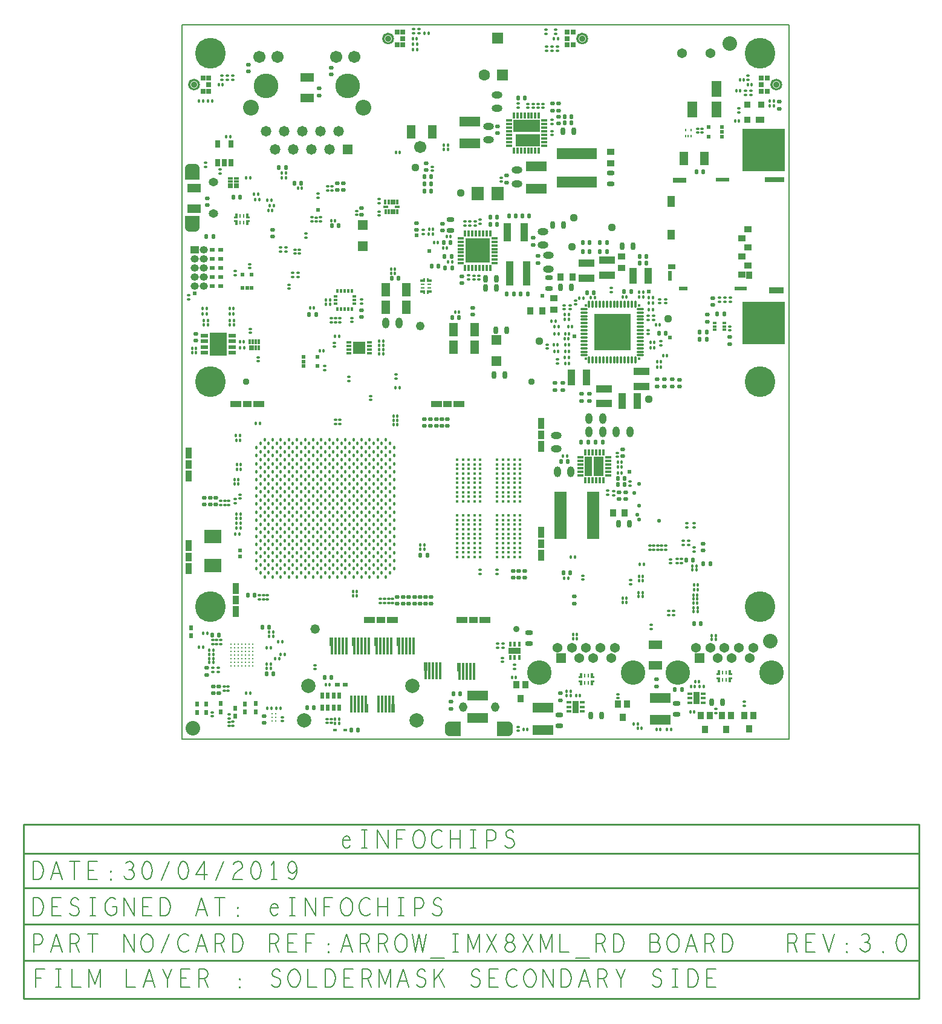
<source format=gbr>
G04 ================== begin FILE IDENTIFICATION RECORD ==================*
G04 Layout Name:  D:/ml/database/eI_Arrow_IMX8XML_RD_LAYOUT1.brd*
G04 Film Name:    smb.gbr*
G04 File Format:  Gerber RS274X*
G04 File Origin:  Cadence Allegro 17.2-S053*
G04 Origin Date:  Tue Jul 23 18:18:46 2019*
G04 *
G04 Layer:  VIA CLASS/SOLDERMASK_BOTTOM*
G04 Layer:  DRAWING FORMAT/SMB*
G04 Layer:  DRAWING FORMAT/FILM_LABEL_OUTLINE*
G04 Layer:  PIN/SOLDERMASK_BOTTOM*
G04 Layer:  PACKAGE GEOMETRY/SOLDERMASK_BOTTOM*
G04 Layer:  BOARD GEOMETRY/SOLDERMASK_BOTTOM*
G04 Layer:  BOARD GEOMETRY/OUTLINE*
G04 *
G04 Offset:    (0.00 0.00)*
G04 Mirror:    No*
G04 Mode:      Positive*
G04 Rotation:  0*
G04 FullContactRelief:  No*
G04 UndefLineWidth:     5.00*
G04 ================== end FILE IDENTIFICATION RECORD ====================*
%FSLAX25Y25*MOIN*%
%IR0*IPPOS*OFA0.00000B0.00000*MIA0B0*SFA1.00000B1.00000*%
%AMMACRO62*
4,1,6,.014,.01,
-.014,.01,
-.014,-.01,
-.002,-.01,
-.002,-.002,
.014,-.002,
.014,.01,
0.0*
%
%ADD62MACRO62*%
%ADD111R,.041X.11*%
%ADD24R,.11X.027*%
%ADD110R,.058X.11*%
%ADD141C,.021*%
%ADD132R,.041X.137*%
%ADD131C,.012*%
%ADD126R,.039X.104*%
%ADD125R,.22X.059*%
%ADD88R,.113X.058*%
%ADD70C,.013*%
%ADD56C,.015*%
%ADD19C,.024*%
%ADD135R,.096X.131*%
%ADD128R,.066X.26*%
%ADD105C,.052*%
%ADD129C,.08*%
%ADD23C,.044*%
%ADD14C,.035*%
%ADD106C,.036*%
%ADD55C,.018*%
%ADD18C,.063*%
%ADD16C,.054*%
%AMMACRO100*
4,1,23,-.0438,0.0,
-.0438,-.0138,
-.043395,-.01842,
-.042194,-.022899,
-.040233,-.027102,
-.037572,-.0309,
-.034292,-.034179,
-.030493,-.036838,
-.026289,-.038797,
-.021809,-.039997,
-.0172,-.0404,
.0438,-.0404,
.0438,.0404,
-.0172,.0404,
-.02182,.039995,
-.026299,.038794,
-.030502,.036833,
-.0343,.034172,
-.037579,.030892,
-.040238,.027093,
-.042197,.022889,
-.043397,.018409,
-.0438,.0138,
-.0438,0.0,
0.0*
%
%ADD100MACRO100*%
%ADD71C,.037*%
%AMMACRO103*
4,1,23,0.0,.0438,
-.0138,.0438,
-.01842,.043395,
-.022899,.042194,
-.027102,.040233,
-.0309,.037572,
-.034179,.034292,
-.036838,.030493,
-.038797,.026289,
-.039997,.021809,
-.0404,.0172,
-.0404,-.0438,
.0404,-.0438,
.0404,.0172,
.039995,.02182,
.038794,.026299,
.036833,.030502,
.034172,.0343,
.030892,.037579,
.027093,.040238,
.022889,.042197,
.018409,.043397,
.0138,.0438,
0.0,.0438,
0.0*
%
%ADD103MACRO103*%
%ADD22C,.048*%
%ADD53C,.058*%
%ADD21C,.067*%
%ADD115R,.016X.016*%
%ADD51C,.087*%
%ADD84R,.036X.036*%
%ADD49R,.054X.054*%
%ADD17R,.063X.063*%
%ADD133R,.066X.066*%
%ADD54R,.058X.058*%
%ADD130C,.0788*%
%ADD122R,.14967X.07002*%
%ADD121R,.13554X.06798*%
%AMMACRO69*
4,1,6,-.01,.014,
-.01,.002,
-.002,.002,
-.002,-.014,
.01,-.014,
.01,.014,
-.01,.014,
0.0*
%
%ADD69MACRO69*%
%AMMACRO65*
4,1,6,-.002,.014,
-.002,-.002,
-.01,-.002,
-.01,-.014,
.01,-.014,
.01,.014,
-.002,.014,
0.0*
%
%ADD65MACRO65*%
%AMMACRO67*
4,1,6,-.01,.014,
-.01,-.014,
.01,-.014,
.01,-.002,
.002,-.002,
.002,.014,
-.01,.014,
0.0*
%
%ADD67MACRO67*%
%AMMACRO63*
4,1,6,.014,.01,
-.014,.01,
-.014,-.002,
.002,-.002,
.002,-.01,
.014,-.01,
.014,.01,
0.0*
%
%ADD63MACRO63*%
%ADD57R,.03X.012*%
%ADD112O,.015X.04*%
%ADD74R,.03X.013*%
%ADD61R,.023X.011*%
%ADD58R,.012X.03*%
%ADD113O,.04X.015*%
%ADD72R,.013X.03*%
%ADD66R,.011X.023*%
%ADD48R,.02X.024*%
%ADD47R,.024X.02*%
%ADD134R,.031X.015*%
%ADD41R,.021X.015*%
%ADD91O,.027X.023*%
%ADD75R,.03X.017*%
%ADD59R,.016X.03*%
%ADD43R,.011X.017*%
%ADD37R,.015X.023*%
%ADD11O,.045X.041*%
%ADD92O,.023X.027*%
%ADD73R,.017X.03*%
%ADD36R,.023X.015*%
%ADD96O,.043X.027*%
%ADD136R,.044X.023*%
%ADD117R,.091X.04*%
%ADD97O,.018X.017*%
%ADD95O,.027X.043*%
%ADD85R,.023X.035*%
%ADD10R,.045X.041*%
%ADD137R,.017X.025*%
%ADD116R,.04X.091*%
%ADD98O,.017X.018*%
%ADD83R,.05X.036*%
%ADD139R,.025X.017*%
%ADD120R,.036X.016*%
%ADD77R,.035X.062*%
%ADD46R,.024X.028*%
%ADD119R,.016X.036*%
%ADD107R,.054X.052*%
%ADD79R,.062X.035*%
%ADD45R,.028X.024*%
%ADD42R,.027X.043*%
%ADD12R,.025X.028*%
%ADD94R,.043X.038*%
%ADD90R,.075X.051*%
%ADD50C,.135*%
%ADD44R,.032X.039*%
%ADD138R,.065X.035*%
%AMMACRO104*
4,1,23,0.0,-.0438,
.0138,-.0438,
.01842,-.043395,
.022899,-.042194,
.027102,-.040233,
.0309,-.037572,
.034179,-.034292,
.036838,-.030493,
.038797,-.026289,
.039997,-.021809,
.0404,-.0172,
.0404,.0438,
-.0404,.0438,
-.0404,-.0172,
-.039995,-.02182,
-.038794,-.026299,
-.036833,-.030502,
-.034172,-.0343,
-.030892,-.037579,
-.027093,-.040238,
-.022889,-.042197,
-.018409,-.043397,
-.0138,-.0438,
0.0,-.0438,
0.0*
%
%ADD104MACRO104*%
%AMMACRO101*
4,1,23,.0438,0.0,
.0438,.0138,
.043395,.01842,
.042194,.022899,
.040233,.027102,
.037572,.0309,
.034292,.034179,
.030493,.036838,
.026289,.038797,
.021809,.039997,
.0172,.0404,
-.0438,.0404,
-.0438,-.0404,
.0172,-.0404,
.02182,-.039995,
.026299,-.038794,
.030502,-.036833,
.0343,-.034172,
.037579,-.030892,
.040238,-.027093,
.042197,-.022889,
.043397,-.018409,
.0438,-.0138,
.0438,0.0,
0.0*
%
%ADD101MACRO101*%
%ADD93R,.038X.043*%
%ADD89R,.051X.075*%
%ADD82R,.019X.017*%
%ADD76R,.035X.047*%
%ADD52C,.136*%
%ADD140R,.035X.065*%
%ADD78R,.047X.035*%
%ADD25R,.082X.037*%
%ADD102O,.05221X.04631*%
%ADD118R,.132X.132*%
%ADD114R,.204X.204*%
%ADD99O,.04631X.05221*%
%ADD87O,.059X.038*%
%ADD86O,.038X.059*%
%ADD20R,.232X.232*%
%ADD127R,.066X.074*%
%ADD38R,.02072X.04513*%
%ADD80C,.169*%
%ADD109R,.03646X.01402*%
%ADD15R,.056X.087*%
%ADD108R,.01402X.03646*%
%ADD39R,.01481X.04513*%
%ADD13R,.007X.007*%
%ADD35R,.03843X.0345*%
%ADD34R,.03253X.03843*%
%ADD81R,.098X.078*%
%ADD31R,.04158X.03056*%
%ADD32R,.04906X.02426*%
%ADD124R,.03765X.01581*%
%ADD40R,.01481X.04828*%
%ADD30R,.02465X.05536*%
%ADD123R,.01581X.03765*%
%ADD28R,.03883X.06324*%
%ADD27R,.0778X.02662*%
%ADD29R,.03883X.05536*%
%ADD26R,.0778X.02269*%
%ADD33R,.06599X.02426*%
%AMMACRO68*
4,1,6,-.01,.014,
-.01,-.014,
.002,-.014,
.002,.002,
.01,.002,
.01,.014,
-.01,.014,
0.0*
%
%ADD68MACRO68*%
%AMMACRO64*
4,1,6,.014,.01,
.002,.01,
.002,.002,
-.014,.002,
-.014,-.01,
.014,-.01,
.014,.01,
0.0*
%
%ADD64MACRO64*%
%AMMACRO60*
4,1,6,.014,.002,
-.002,.002,
-.002,.01,
-.014,.01,
-.014,-.01,
.014,-.01,
.014,.002,
0.0*
%
%ADD60MACRO60*%
%ADD142C,.01*%
%ADD143C,.005*%
%ADD144C,.0418*%
G75*
%LPD*%
G75*
G36*
G01X192537Y326300D02*
G03I-3270J0D01*
G37*
G36*
G01X-21463Y300916D02*
G03I-3270J0D01*
G37*
G36*
G01X85537Y326300D02*
G03I-3270J0D01*
G37*
G36*
G01X299537Y300916D02*
G03I-3270J0D01*
G37*
%LPC*%
G75*
G54D144*
X189267Y326300D03*
X-24733Y300916D03*
X82267Y326300D03*
X296267Y300916D03*
%LPD*%
G75*
G54D100*
X118089Y-53953D03*
G54D101*
X146731D03*
G54D110*
X198454Y90517D03*
G54D102*
X-13911Y247290D03*
Y229770D03*
G54D120*
X141050Y202510D03*
Y204479D03*
Y206447D03*
Y208416D03*
Y210384D03*
Y212353D03*
Y214321D03*
Y216290D03*
X122150D03*
Y214321D03*
Y212353D03*
Y210384D03*
Y208416D03*
Y206447D03*
Y204479D03*
Y202510D03*
G54D111*
X192564Y90517D03*
G54D10*
X-24386Y210033D03*
G54D112*
X218637Y149074D03*
X216669D03*
X214700D03*
X212732D03*
X210763D03*
X208795D03*
X206826D03*
X204858D03*
X202889D03*
X200921D03*
X198952D03*
X196984D03*
X195015D03*
X193047D03*
Y179958D03*
X195015D03*
X196984D03*
X198952D03*
X200921D03*
X202889D03*
X204858D03*
X206826D03*
X208795D03*
X210763D03*
X212732D03*
X214700D03*
X216669D03*
X218637D03*
G54D121*
X159207Y270165D03*
G54D130*
X95553Y-30289D03*
X38467D03*
X36104Y-49580D03*
X97916D03*
G54D103*
X-25722Y252851D03*
G54D20*
X289190Y169578D03*
Y264854D03*
G54D140*
X252217Y-37184D03*
X185717Y-41984D03*
G54D104*
X-25722Y224209D03*
G54D11*
X-24386Y205033D03*
Y200033D03*
Y195033D03*
Y190033D03*
X-19386Y210033D03*
Y205033D03*
Y200033D03*
Y195033D03*
Y190033D03*
G54D113*
X190400Y151721D03*
Y153689D03*
Y155658D03*
Y157626D03*
Y159595D03*
Y161563D03*
Y163532D03*
Y165500D03*
Y167469D03*
Y169437D03*
Y171406D03*
Y173374D03*
Y175343D03*
Y177311D03*
X221284D03*
Y175343D03*
Y173374D03*
Y171406D03*
Y169437D03*
Y167469D03*
Y165500D03*
Y163532D03*
Y161563D03*
Y159595D03*
Y157626D03*
Y155658D03*
Y153689D03*
Y151721D03*
G54D122*
X158500Y278338D03*
G54D131*
X20384Y-49869D03*
Y-47900D03*
Y-45931D03*
X18416Y-49869D03*
Y-47900D03*
Y-45931D03*
G54D123*
X165390Y284011D03*
X163421D03*
X161453D03*
X159484D03*
X157516D03*
X155547D03*
X153579D03*
X151610D03*
Y264594D03*
X153579D03*
X155547D03*
X157516D03*
X159484D03*
X161453D03*
X163421D03*
X165390D03*
G54D30*
X237660Y195525D03*
G54D114*
X205842Y164516D03*
G54D12*
X181102Y329843D03*
X184229D03*
Y322757D03*
X181102D03*
Y326300D03*
X-16568Y297373D03*
X-19695D03*
Y304459D03*
X-16568D03*
Y300916D03*
X90432Y322757D03*
X87305D03*
Y329843D03*
X90432D03*
Y326300D03*
X288102Y304459D03*
X291229D03*
Y297373D03*
X288102D03*
Y300916D03*
G54D21*
X100017Y266429D03*
X11359Y316165D03*
X63760D03*
X21418D03*
X53741D03*
G54D105*
X41979Y1017D03*
G54D132*
X158650Y197000D03*
X149350D03*
G54D141*
X218100Y76000D03*
X219800Y63800D03*
X220600Y80756D03*
Y68945D03*
X231600Y60400D03*
X220500Y61100D03*
G54D142*
G01X-118821Y-106640D02*
Y-202840D01*
G01D02*
X356679D01*
G01X-118821Y-181840D02*
X374979D01*
G01X-118821Y-161840D02*
X374979D01*
G01X-118821Y-141840D02*
X374979D01*
G01X355879Y-202840D02*
X374979D01*
Y-106640D01*
X355579D01*
G01X-118821Y-122640D02*
X374979D01*
G01X-118821Y-106640D02*
X356679D01*
G54D40*
X55366Y-6120D03*
Y-10648D03*
X67666Y-6120D03*
Y-10648D03*
X79966Y-6120D03*
Y-10648D03*
X125666Y-20120D03*
Y-24648D03*
X107066Y-19920D03*
Y-24448D03*
X92266Y-6120D03*
Y-10648D03*
X80900Y-42764D03*
Y-38236D03*
X66000Y-42664D03*
Y-38136D03*
G54D124*
X148845Y281090D03*
Y279121D03*
Y277153D03*
Y275184D03*
Y273216D03*
Y271247D03*
Y269279D03*
Y267310D03*
X168155D03*
Y269279D03*
Y271247D03*
Y273216D03*
Y275184D03*
Y277153D03*
Y279121D03*
Y281090D03*
G54D31*
X238506Y200703D03*
G54D13*
X191167Y324500D03*
X-26633Y302716D03*
X80367Y328100D03*
X298167Y299116D03*
G54D133*
X66317Y155916D03*
G54D115*
X220527Y149831D03*
Y179201D03*
X191157D03*
Y149831D03*
G54D22*
X100017Y168003D03*
G54D106*
X153003Y1017D03*
G54D143*
G01X302700Y-177034D02*
Y-167034D01*
X305825D01*
X306825Y-167534D01*
X307450Y-168201D01*
X307700Y-169534D01*
X307450Y-170867D01*
X306700Y-171701D01*
X305825Y-172201D01*
X302700D01*
G01X305825D02*
X307700Y-177034D01*
G01X317700D02*
X312700D01*
Y-167034D01*
X317700D01*
G01X315700Y-171867D02*
X312700D01*
G01X322075Y-167034D02*
X325200Y-177034D01*
X328325Y-167034D01*
G01X335200Y-177367D02*
X334950Y-177201D01*
Y-176867D01*
X335200Y-176701D01*
X335450Y-176867D01*
Y-177201D01*
X335200Y-177367D01*
G01Y-172868D02*
X334950Y-172701D01*
Y-172367D01*
X335200Y-172201D01*
X335450Y-172367D01*
Y-172701D01*
X335200Y-172868D01*
G01X342450Y-175034D02*
X343200Y-176201D01*
X344200Y-176867D01*
X345325Y-177034D01*
X346325Y-176867D01*
X347325Y-176034D01*
X347950Y-175034D01*
X348075Y-174034D01*
X347825Y-172868D01*
X346950Y-172034D01*
X346075Y-171701D01*
X344950D01*
G01X346075D02*
X346825Y-171201D01*
X347450Y-170368D01*
X347700Y-169367D01*
X347450Y-168367D01*
X346825Y-167534D01*
X345700Y-167034D01*
X344575Y-167201D01*
X343450Y-167867D01*
G01X355200Y-177367D02*
X354950Y-177201D01*
Y-176867D01*
X355200Y-176701D01*
X355450Y-176867D01*
Y-177201D01*
X355200Y-177367D01*
G01X365200Y-167034D02*
X364200Y-167367D01*
X363450Y-168201D01*
X362950Y-169201D01*
X362575Y-170534D01*
X362450Y-172034D01*
X362575Y-173534D01*
X362950Y-174867D01*
X363450Y-175868D01*
X364200Y-176701D01*
X365200Y-177034D01*
X366200Y-176701D01*
X366950Y-175868D01*
X367450Y-174867D01*
X367825Y-173534D01*
X367950Y-172034D01*
X367825Y-170534D01*
X367450Y-169201D01*
X366950Y-168201D01*
X366200Y-167367D01*
X365200Y-167034D01*
G01X-113321Y-137140D02*
Y-127140D01*
X-110821D01*
X-109821Y-127640D01*
X-109071Y-128307D01*
X-108446Y-129307D01*
X-107946Y-130474D01*
X-107821Y-132140D01*
X-107946Y-133807D01*
X-108446Y-134973D01*
X-109071Y-135974D01*
X-109821Y-136640D01*
X-110821Y-137140D01*
X-113321D01*
G01X-103696D02*
X-100571Y-127140D01*
X-97446Y-137140D01*
G01X-98571Y-133640D02*
X-102571D01*
G01X-90571Y-127140D02*
Y-137140D01*
G01X-93446Y-127140D02*
X-87696D01*
G01X-78071Y-137140D02*
X-83071D01*
Y-127140D01*
X-78071D01*
G01X-80071Y-131973D02*
X-83071D01*
G01X-70571Y-137473D02*
X-70821Y-137307D01*
Y-136973D01*
X-70571Y-136807D01*
X-70321Y-136973D01*
Y-137307D01*
X-70571Y-137473D01*
G01Y-132974D02*
X-70821Y-132807D01*
Y-132473D01*
X-70571Y-132307D01*
X-70321Y-132473D01*
Y-132807D01*
X-70571Y-132974D01*
G01X-63321Y-135140D02*
X-62571Y-136307D01*
X-61571Y-136973D01*
X-60446Y-137140D01*
X-59446Y-136973D01*
X-58446Y-136140D01*
X-57821Y-135140D01*
X-57696Y-134140D01*
X-57946Y-132974D01*
X-58821Y-132140D01*
X-59696Y-131807D01*
X-60821D01*
G01X-59696D02*
X-58946Y-131307D01*
X-58321Y-130474D01*
X-58071Y-129473D01*
X-58321Y-128473D01*
X-58946Y-127640D01*
X-60071Y-127140D01*
X-61196Y-127307D01*
X-62321Y-127973D01*
G01X-50571Y-127140D02*
X-51571Y-127473D01*
X-52321Y-128307D01*
X-52821Y-129307D01*
X-53196Y-130640D01*
X-53321Y-132140D01*
X-53196Y-133640D01*
X-52821Y-134973D01*
X-52321Y-135974D01*
X-51571Y-136807D01*
X-50571Y-137140D01*
X-49571Y-136807D01*
X-48821Y-135974D01*
X-48321Y-134973D01*
X-47946Y-133640D01*
X-47821Y-132140D01*
X-47946Y-130640D01*
X-48321Y-129307D01*
X-48821Y-128307D01*
X-49571Y-127473D01*
X-50571Y-127140D01*
G01X-42821Y-137473D02*
X-38321Y-127140D01*
G01X-30571D02*
X-31571Y-127473D01*
X-32321Y-128307D01*
X-32821Y-129307D01*
X-33196Y-130640D01*
X-33321Y-132140D01*
X-33196Y-133640D01*
X-32821Y-134973D01*
X-32321Y-135974D01*
X-31571Y-136807D01*
X-30571Y-137140D01*
X-29571Y-136807D01*
X-28821Y-135974D01*
X-28321Y-134973D01*
X-27946Y-133640D01*
X-27821Y-132140D01*
X-27946Y-130640D01*
X-28321Y-129307D01*
X-28821Y-128307D01*
X-29571Y-127473D01*
X-30571Y-127140D01*
G01X-19071Y-137140D02*
Y-127140D01*
X-23696Y-134307D01*
X-17446D01*
G01X-12821Y-137473D02*
X-8321Y-127140D01*
G01X-2946Y-128807D02*
X-2196Y-127807D01*
X-1321Y-127307D01*
X-321Y-127140D01*
X929Y-127473D01*
X1804Y-128307D01*
X2054Y-129307D01*
X1929Y-130307D01*
X1429Y-131140D01*
X-1071Y-132807D01*
X-2196Y-133973D01*
X-2946Y-135640D01*
X-3196Y-137140D01*
X2054D01*
G01X9429Y-127140D02*
X8429Y-127473D01*
X7679Y-128307D01*
X7179Y-129307D01*
X6804Y-130640D01*
X6679Y-132140D01*
X6804Y-133640D01*
X7179Y-134973D01*
X7679Y-135974D01*
X8429Y-136807D01*
X9429Y-137140D01*
X10429Y-136807D01*
X11179Y-135974D01*
X11679Y-134973D01*
X12054Y-133640D01*
X12179Y-132140D01*
X12054Y-130640D01*
X11679Y-129307D01*
X11179Y-128307D01*
X10429Y-127473D01*
X9429Y-127140D01*
G01X19429Y-137140D02*
Y-127140D01*
X17929Y-129140D01*
G01Y-137140D02*
X20929D01*
G01X27304Y-135974D02*
X28179Y-136807D01*
X29179Y-137140D01*
X30179Y-136807D01*
X31054Y-135807D01*
X31679Y-134307D01*
X31929Y-132807D01*
Y-130973D01*
X31679Y-129473D01*
X31054Y-128140D01*
X30304Y-127473D01*
X29429Y-127140D01*
X28429Y-127473D01*
X27679Y-128140D01*
X27179Y-129140D01*
X26929Y-130474D01*
X27179Y-131640D01*
X27804Y-132807D01*
X28554Y-133474D01*
X29429Y-133640D01*
X30429Y-133307D01*
X31179Y-132473D01*
X31929Y-130973D01*
G01X-113321Y-157140D02*
Y-147140D01*
X-110821D01*
X-109821Y-147640D01*
X-109071Y-148307D01*
X-108446Y-149307D01*
X-107946Y-150474D01*
X-107821Y-152140D01*
X-107946Y-153807D01*
X-108446Y-154973D01*
X-109071Y-155974D01*
X-109821Y-156640D01*
X-110821Y-157140D01*
X-113321D01*
G01X-98071D02*
X-103071D01*
Y-147140D01*
X-98071D01*
G01X-100071Y-151973D02*
X-103071D01*
G01X-93196Y-155807D02*
X-92196Y-156640D01*
X-91071Y-157140D01*
X-90071D01*
X-89071Y-156640D01*
X-88321Y-155807D01*
X-87946Y-154640D01*
X-88196Y-153474D01*
X-88821Y-152473D01*
X-89946Y-151807D01*
X-91446Y-151473D01*
X-92321Y-150807D01*
X-92696Y-149640D01*
X-92446Y-148473D01*
X-91821Y-147640D01*
X-90946Y-147140D01*
X-90071D01*
X-89196Y-147473D01*
X-88446Y-148307D01*
G01X-82071Y-147140D02*
X-79071D01*
G01X-80571D02*
Y-157140D01*
G01X-82071D02*
X-79071D01*
G01X-69821Y-152140D02*
X-67321D01*
Y-155140D01*
X-68071Y-156140D01*
X-68946Y-156807D01*
X-70196Y-157140D01*
X-71446Y-156807D01*
X-72321Y-156140D01*
X-73071Y-155140D01*
X-73571Y-153973D01*
X-73821Y-152640D01*
Y-151473D01*
X-73571Y-150474D01*
X-73071Y-149307D01*
X-72321Y-148307D01*
X-71571Y-147640D01*
X-70571Y-147140D01*
X-69696D01*
X-68696Y-147473D01*
X-67946Y-148140D01*
G01X-63446Y-157140D02*
Y-147140D01*
X-57696Y-157140D01*
Y-147140D01*
G01X-48071Y-157140D02*
X-53071D01*
Y-147140D01*
X-48071D01*
G01X-50071Y-151973D02*
X-53071D01*
G01X-43321Y-157140D02*
Y-147140D01*
X-40821D01*
X-39821Y-147640D01*
X-39071Y-148307D01*
X-38446Y-149307D01*
X-37946Y-150474D01*
X-37821Y-152140D01*
X-37946Y-153807D01*
X-38446Y-154973D01*
X-39071Y-155974D01*
X-39821Y-156640D01*
X-40821Y-157140D01*
X-43321D01*
G01X-23696D02*
X-20571Y-147140D01*
X-17446Y-157140D01*
G01X-18571Y-153640D02*
X-22571D01*
G01X-10571Y-147140D02*
Y-157140D01*
G01X-13446Y-147140D02*
X-7696D01*
G01X-571Y-157473D02*
X-821Y-157307D01*
Y-156973D01*
X-571Y-156807D01*
X-321Y-156973D01*
Y-157307D01*
X-571Y-157473D01*
G01Y-152974D02*
X-821Y-152807D01*
Y-152473D01*
X-571Y-152307D01*
X-321Y-152473D01*
Y-152807D01*
X-571Y-152974D01*
G01X17554Y-152640D02*
X21554D01*
X21179Y-151473D01*
X20554Y-150807D01*
X19679Y-150474D01*
X18804Y-150640D01*
X18054Y-151140D01*
X17554Y-152307D01*
X17304Y-153307D01*
Y-154307D01*
X17554Y-155307D01*
X18179Y-156307D01*
X18929Y-156973D01*
X19804Y-157140D01*
X20679Y-156807D01*
X21554Y-155807D01*
G01X27929Y-147140D02*
X30929D01*
G01X29429D02*
Y-157140D01*
G01X27929D02*
X30929D01*
G01X36554D02*
Y-147140D01*
X42304Y-157140D01*
Y-147140D01*
G01X47054Y-157140D02*
Y-147140D01*
X51804D01*
G01X50054Y-151973D02*
X47054D01*
G01X59429Y-157140D02*
X58429Y-156973D01*
X57554Y-156307D01*
X56804Y-155307D01*
X56304Y-154140D01*
X56054Y-152807D01*
Y-151473D01*
X56304Y-150140D01*
X56804Y-148973D01*
X57554Y-147973D01*
X58429Y-147307D01*
X59429Y-147140D01*
X60429Y-147307D01*
X61304Y-147973D01*
X62054Y-148973D01*
X62554Y-150140D01*
X62804Y-151473D01*
Y-152807D01*
X62554Y-154140D01*
X62054Y-155307D01*
X61304Y-156307D01*
X60429Y-156973D01*
X59429Y-157140D01*
G01X72179Y-147973D02*
X71429Y-147473D01*
X70554Y-147140D01*
X69554D01*
X68429Y-147640D01*
X67554Y-148473D01*
X66929Y-149473D01*
X66429Y-151140D01*
X66304Y-152640D01*
X66554Y-154140D01*
X66929Y-155140D01*
X67679Y-156140D01*
X68554Y-156807D01*
X69429Y-157140D01*
X70304D01*
X71179Y-156807D01*
X71929Y-156307D01*
X72554Y-155640D01*
G01X76804Y-157140D02*
Y-147140D01*
G01X82054D02*
Y-157140D01*
G01Y-152140D02*
X76804D01*
G01X87929Y-147140D02*
X90929D01*
G01X89429D02*
Y-157140D01*
G01X87929D02*
X90929D01*
G01X96929D02*
Y-147140D01*
X99929D01*
X100929Y-147640D01*
X101679Y-148807D01*
X101929Y-150140D01*
X101679Y-151473D01*
X101054Y-152473D01*
X99929Y-152974D01*
X96929D01*
G01X106804Y-155807D02*
X107804Y-156640D01*
X108929Y-157140D01*
X109929D01*
X110929Y-156640D01*
X111679Y-155807D01*
X112054Y-154640D01*
X111804Y-153474D01*
X111179Y-152473D01*
X110054Y-151807D01*
X108554Y-151473D01*
X107679Y-150807D01*
X107304Y-149640D01*
X107554Y-148473D01*
X108179Y-147640D01*
X109054Y-147140D01*
X109929D01*
X110804Y-147473D01*
X111554Y-148307D01*
G01X-113071Y-177140D02*
Y-167140D01*
X-110071D01*
X-109071Y-167640D01*
X-108321Y-168807D01*
X-108071Y-170140D01*
X-108321Y-171473D01*
X-108946Y-172473D01*
X-110071Y-172974D01*
X-113071D01*
G01X-103696Y-177140D02*
X-100571Y-167140D01*
X-97446Y-177140D01*
G01X-98571Y-173640D02*
X-102571D01*
G01X-93071Y-177140D02*
Y-167140D01*
X-89946D01*
X-88946Y-167640D01*
X-88321Y-168307D01*
X-88071Y-169640D01*
X-88321Y-170973D01*
X-89071Y-171807D01*
X-89946Y-172307D01*
X-93071D01*
G01X-89946D02*
X-88071Y-177140D01*
G01X-80571Y-167140D02*
Y-177140D01*
G01X-83446Y-167140D02*
X-77696D01*
G01X-63446Y-177140D02*
Y-167140D01*
X-57696Y-177140D01*
Y-167140D01*
G01X-50571Y-177140D02*
X-51571Y-176973D01*
X-52446Y-176307D01*
X-53196Y-175307D01*
X-53696Y-174140D01*
X-53946Y-172807D01*
Y-171473D01*
X-53696Y-170140D01*
X-53196Y-168973D01*
X-52446Y-167973D01*
X-51571Y-167307D01*
X-50571Y-167140D01*
X-49571Y-167307D01*
X-48696Y-167973D01*
X-47946Y-168973D01*
X-47446Y-170140D01*
X-47196Y-171473D01*
Y-172807D01*
X-47446Y-174140D01*
X-47946Y-175307D01*
X-48696Y-176307D01*
X-49571Y-176973D01*
X-50571Y-177140D01*
G01X-42821Y-177473D02*
X-38321Y-167140D01*
G01X-27821Y-167973D02*
X-28571Y-167473D01*
X-29446Y-167140D01*
X-30446D01*
X-31571Y-167640D01*
X-32446Y-168473D01*
X-33071Y-169473D01*
X-33571Y-171140D01*
X-33696Y-172640D01*
X-33446Y-174140D01*
X-33071Y-175140D01*
X-32321Y-176140D01*
X-31446Y-176807D01*
X-30571Y-177140D01*
X-29696D01*
X-28821Y-176807D01*
X-28071Y-176307D01*
X-27446Y-175640D01*
G01X-23696Y-177140D02*
X-20571Y-167140D01*
X-17446Y-177140D01*
G01X-18571Y-173640D02*
X-22571D01*
G01X-13071Y-177140D02*
Y-167140D01*
X-9946D01*
X-8946Y-167640D01*
X-8321Y-168307D01*
X-8071Y-169640D01*
X-8321Y-170973D01*
X-9071Y-171807D01*
X-9946Y-172307D01*
X-13071D01*
G01X-9946D02*
X-8071Y-177140D01*
G01X-3321D02*
Y-167140D01*
X-821D01*
X179Y-167640D01*
X929Y-168307D01*
X1554Y-169307D01*
X2054Y-170474D01*
X2179Y-172140D01*
X2054Y-173807D01*
X1554Y-174973D01*
X929Y-175974D01*
X179Y-176640D01*
X-821Y-177140D01*
X-3321D01*
G01X16929D02*
Y-167140D01*
X20054D01*
X21054Y-167640D01*
X21679Y-168307D01*
X21929Y-169640D01*
X21679Y-170973D01*
X20929Y-171807D01*
X20054Y-172307D01*
X16929D01*
G01X20054D02*
X21929Y-177140D01*
G01X31929D02*
X26929D01*
Y-167140D01*
X31929D01*
G01X29929Y-171973D02*
X26929D01*
G01X37054Y-177140D02*
Y-167140D01*
X41804D01*
G01X40054Y-171973D02*
X37054D01*
G01X49429Y-177473D02*
X49179Y-177307D01*
Y-176973D01*
X49429Y-176807D01*
X49679Y-176973D01*
Y-177307D01*
X49429Y-177473D01*
G01Y-172974D02*
X49179Y-172807D01*
Y-172473D01*
X49429Y-172307D01*
X49679Y-172473D01*
Y-172807D01*
X49429Y-172974D01*
G01X56304Y-177140D02*
X59429Y-167140D01*
X62554Y-177140D01*
G01X61429Y-173640D02*
X57429D01*
G01X66929Y-177140D02*
Y-167140D01*
X70054D01*
X71054Y-167640D01*
X71679Y-168307D01*
X71929Y-169640D01*
X71679Y-170973D01*
X70929Y-171807D01*
X70054Y-172307D01*
X66929D01*
G01X70054D02*
X71929Y-177140D01*
G01X76929D02*
Y-167140D01*
X80054D01*
X81054Y-167640D01*
X81679Y-168307D01*
X81929Y-169640D01*
X81679Y-170973D01*
X80929Y-171807D01*
X80054Y-172307D01*
X76929D01*
G01X80054D02*
X81929Y-177140D01*
G01X89429D02*
X88429Y-176973D01*
X87554Y-176307D01*
X86804Y-175307D01*
X86304Y-174140D01*
X86054Y-172807D01*
Y-171473D01*
X86304Y-170140D01*
X86804Y-168973D01*
X87554Y-167973D01*
X88429Y-167307D01*
X89429Y-167140D01*
X90429Y-167307D01*
X91304Y-167973D01*
X92054Y-168973D01*
X92554Y-170140D01*
X92804Y-171473D01*
Y-172807D01*
X92554Y-174140D01*
X92054Y-175307D01*
X91304Y-176307D01*
X90429Y-176973D01*
X89429Y-177140D01*
G01X95679Y-167140D02*
X97429Y-177140D01*
X99429Y-167140D01*
X101429Y-177140D01*
X103179Y-167140D01*
G01X105679Y-180473D02*
X113179D01*
G01X117929Y-167140D02*
X120929D01*
G01X119429D02*
Y-177140D01*
G01X117929D02*
X120929D01*
G01X126179D02*
Y-167140D01*
X129429Y-175473D01*
X132679Y-167140D01*
Y-177140D01*
G01X136804D02*
X142054Y-167140D01*
G01X136804D02*
X142054Y-177140D01*
G01X149429D02*
X150304Y-176973D01*
X151304Y-176473D01*
X151929Y-175640D01*
X152179Y-174473D01*
X151929Y-173307D01*
X151179Y-172307D01*
X150054Y-171807D01*
X148804D01*
X148054Y-171473D01*
X147429Y-170640D01*
X147179Y-169473D01*
X147554Y-168307D01*
X148429Y-167473D01*
X149429Y-167140D01*
X150429Y-167473D01*
X151304Y-168307D01*
X151679Y-169473D01*
X151429Y-170640D01*
X150804Y-171473D01*
X150054Y-171807D01*
X148804D01*
X147679Y-172307D01*
X146929Y-173307D01*
X146679Y-174473D01*
X146929Y-175640D01*
X147554Y-176473D01*
X148554Y-176973D01*
X149429Y-177140D01*
G01X156804D02*
X162054Y-167140D01*
G01X156804D02*
X162054Y-177140D01*
G01X166179D02*
Y-167140D01*
X169429Y-175473D01*
X172679Y-167140D01*
Y-177140D01*
G01X176929Y-167140D02*
Y-177140D01*
X181929D01*
G01X185679Y-180473D02*
X193179D01*
G01X196929Y-177140D02*
Y-167140D01*
X200054D01*
X201054Y-167640D01*
X201679Y-168307D01*
X201929Y-169640D01*
X201679Y-170973D01*
X200929Y-171807D01*
X200054Y-172307D01*
X196929D01*
G01X200054D02*
X201929Y-177140D01*
G01X206679D02*
Y-167140D01*
X209179D01*
X210179Y-167640D01*
X210929Y-168307D01*
X211554Y-169307D01*
X212054Y-170474D01*
X212179Y-172140D01*
X212054Y-173807D01*
X211554Y-174973D01*
X210929Y-175974D01*
X210179Y-176640D01*
X209179Y-177140D01*
X206679D01*
G01X230429Y-171807D02*
X230929Y-171307D01*
X231304Y-170474D01*
X231554Y-169307D01*
X231304Y-168307D01*
X230804Y-167640D01*
X229929Y-167140D01*
X226554D01*
Y-177140D01*
X230679D01*
X231554Y-176473D01*
X232054Y-175473D01*
X232304Y-174307D01*
X232054Y-173140D01*
X231304Y-172140D01*
X230429Y-171807D01*
X226554D01*
G01X239429Y-177140D02*
X238429Y-176973D01*
X237554Y-176307D01*
X236804Y-175307D01*
X236304Y-174140D01*
X236054Y-172807D01*
Y-171473D01*
X236304Y-170140D01*
X236804Y-168973D01*
X237554Y-167973D01*
X238429Y-167307D01*
X239429Y-167140D01*
X240429Y-167307D01*
X241304Y-167973D01*
X242054Y-168973D01*
X242554Y-170140D01*
X242804Y-171473D01*
Y-172807D01*
X242554Y-174140D01*
X242054Y-175307D01*
X241304Y-176307D01*
X240429Y-176973D01*
X239429Y-177140D01*
G01X246304D02*
X249429Y-167140D01*
X252554Y-177140D01*
G01X251429Y-173640D02*
X247429D01*
G01X256929Y-177140D02*
Y-167140D01*
X260054D01*
X261054Y-167640D01*
X261679Y-168307D01*
X261929Y-169640D01*
X261679Y-170973D01*
X260929Y-171807D01*
X260054Y-172307D01*
X256929D01*
G01X260054D02*
X261929Y-177140D01*
G01X266679D02*
Y-167140D01*
X269179D01*
X270179Y-167640D01*
X270929Y-168307D01*
X271554Y-169307D01*
X272054Y-170474D01*
X272179Y-172140D01*
X272054Y-173807D01*
X271554Y-174973D01*
X270929Y-175974D01*
X270179Y-176640D01*
X269179Y-177140D01*
X266679D01*
G01X-111892Y-196550D02*
Y-186550D01*
X-107142D01*
G01X-108892Y-191383D02*
X-111892D01*
G01X-101017Y-186550D02*
X-98017D01*
G01X-99517D02*
Y-196550D01*
G01X-101017D02*
X-98017D01*
G01X-92017Y-186550D02*
Y-196550D01*
X-87017D01*
G01X-82767D02*
Y-186550D01*
X-79517Y-194883D01*
X-76267Y-186550D01*
Y-196550D01*
G01X-62017Y-186550D02*
Y-196550D01*
X-57017D01*
G01X-52642D02*
X-49517Y-186550D01*
X-46392Y-196550D01*
G01X-47517Y-193050D02*
X-51517D01*
G01X-39517Y-196550D02*
Y-192050D01*
X-42017Y-186550D01*
G01X-37017D02*
X-39517Y-192050D01*
G01X-27017Y-196550D02*
X-32017D01*
Y-186550D01*
X-27017D01*
G01X-29017Y-191383D02*
X-32017D01*
G01X-22017Y-196550D02*
Y-186550D01*
X-18892D01*
X-17892Y-187050D01*
X-17267Y-187717D01*
X-17017Y-189050D01*
X-17267Y-190383D01*
X-18017Y-191217D01*
X-18892Y-191717D01*
X-22017D01*
G01X-18892D02*
X-17017Y-196550D01*
G01X483Y-196883D02*
X233Y-196717D01*
Y-196383D01*
X483Y-196217D01*
X733Y-196383D01*
Y-196717D01*
X483Y-196883D01*
G01Y-192384D02*
X233Y-192217D01*
Y-191883D01*
X483Y-191717D01*
X733Y-191883D01*
Y-192217D01*
X483Y-192384D01*
G01X17858Y-195217D02*
X18858Y-196050D01*
X19983Y-196550D01*
X20983D01*
X21983Y-196050D01*
X22733Y-195217D01*
X23108Y-194050D01*
X22858Y-192884D01*
X22233Y-191883D01*
X21108Y-191217D01*
X19608Y-190883D01*
X18733Y-190217D01*
X18358Y-189050D01*
X18608Y-187883D01*
X19233Y-187050D01*
X20108Y-186550D01*
X20983D01*
X21858Y-186883D01*
X22608Y-187717D01*
G01X30483Y-196550D02*
X29483Y-196383D01*
X28608Y-195717D01*
X27858Y-194717D01*
X27358Y-193550D01*
X27108Y-192217D01*
Y-190883D01*
X27358Y-189550D01*
X27858Y-188383D01*
X28608Y-187383D01*
X29483Y-186717D01*
X30483Y-186550D01*
X31483Y-186717D01*
X32358Y-187383D01*
X33108Y-188383D01*
X33608Y-189550D01*
X33858Y-190883D01*
Y-192217D01*
X33608Y-193550D01*
X33108Y-194717D01*
X32358Y-195717D01*
X31483Y-196383D01*
X30483Y-196550D01*
G01X37983Y-186550D02*
Y-196550D01*
X42983D01*
G01X47733D02*
Y-186550D01*
X50233D01*
X51233Y-187050D01*
X51983Y-187717D01*
X52608Y-188717D01*
X53108Y-189884D01*
X53233Y-191550D01*
X53108Y-193217D01*
X52608Y-194383D01*
X51983Y-195384D01*
X51233Y-196050D01*
X50233Y-196550D01*
X47733D01*
G01X62983D02*
X57983D01*
Y-186550D01*
X62983D01*
G01X60983Y-191383D02*
X57983D01*
G01X67983Y-196550D02*
Y-186550D01*
X71108D01*
X72108Y-187050D01*
X72733Y-187717D01*
X72983Y-189050D01*
X72733Y-190383D01*
X71983Y-191217D01*
X71108Y-191717D01*
X67983D01*
G01X71108D02*
X72983Y-196550D01*
G01X77233D02*
Y-186550D01*
X80483Y-194883D01*
X83733Y-186550D01*
Y-196550D01*
G01X87358D02*
X90483Y-186550D01*
X93608Y-196550D01*
G01X92483Y-193050D02*
X88483D01*
G01X97858Y-195217D02*
X98858Y-196050D01*
X99983Y-196550D01*
X100983D01*
X101983Y-196050D01*
X102733Y-195217D01*
X103108Y-194050D01*
X102858Y-192884D01*
X102233Y-191883D01*
X101108Y-191217D01*
X99608Y-190883D01*
X98733Y-190217D01*
X98358Y-189050D01*
X98608Y-187883D01*
X99233Y-187050D01*
X100108Y-186550D01*
X100983D01*
X101858Y-186883D01*
X102608Y-187717D01*
G01X107733Y-196550D02*
Y-186550D01*
G01X112483D02*
X107733Y-192717D01*
G01X113233Y-196550D02*
X109858Y-189884D01*
G01X127858Y-195217D02*
X128858Y-196050D01*
X129983Y-196550D01*
X130983D01*
X131983Y-196050D01*
X132733Y-195217D01*
X133108Y-194050D01*
X132858Y-192884D01*
X132233Y-191883D01*
X131108Y-191217D01*
X129608Y-190883D01*
X128733Y-190217D01*
X128358Y-189050D01*
X128608Y-187883D01*
X129233Y-187050D01*
X130108Y-186550D01*
X130983D01*
X131858Y-186883D01*
X132608Y-187717D01*
G01X142983Y-196550D02*
X137983D01*
Y-186550D01*
X142983D01*
G01X140983Y-191383D02*
X137983D01*
G01X153233Y-187383D02*
X152483Y-186883D01*
X151608Y-186550D01*
X150608D01*
X149483Y-187050D01*
X148608Y-187883D01*
X147983Y-188883D01*
X147483Y-190550D01*
X147358Y-192050D01*
X147608Y-193550D01*
X147983Y-194550D01*
X148733Y-195550D01*
X149608Y-196217D01*
X150483Y-196550D01*
X151358D01*
X152233Y-196217D01*
X152983Y-195717D01*
X153608Y-195050D01*
G01X160483Y-196550D02*
X159483Y-196383D01*
X158608Y-195717D01*
X157858Y-194717D01*
X157358Y-193550D01*
X157108Y-192217D01*
Y-190883D01*
X157358Y-189550D01*
X157858Y-188383D01*
X158608Y-187383D01*
X159483Y-186717D01*
X160483Y-186550D01*
X161483Y-186717D01*
X162358Y-187383D01*
X163108Y-188383D01*
X163608Y-189550D01*
X163858Y-190883D01*
Y-192217D01*
X163608Y-193550D01*
X163108Y-194717D01*
X162358Y-195717D01*
X161483Y-196383D01*
X160483Y-196550D01*
G01X167608D02*
Y-186550D01*
X173358Y-196550D01*
Y-186550D01*
G01X177733Y-196550D02*
Y-186550D01*
X180233D01*
X181233Y-187050D01*
X181983Y-187717D01*
X182608Y-188717D01*
X183108Y-189884D01*
X183233Y-191550D01*
X183108Y-193217D01*
X182608Y-194383D01*
X181983Y-195384D01*
X181233Y-196050D01*
X180233Y-196550D01*
X177733D01*
G01X187358D02*
X190483Y-186550D01*
X193608Y-196550D01*
G01X192483Y-193050D02*
X188483D01*
G01X197983Y-196550D02*
Y-186550D01*
X201108D01*
X202108Y-187050D01*
X202733Y-187717D01*
X202983Y-189050D01*
X202733Y-190383D01*
X201983Y-191217D01*
X201108Y-191717D01*
X197983D01*
G01X201108D02*
X202983Y-196550D01*
G01X210483D02*
Y-192050D01*
X207983Y-186550D01*
G01X212983D02*
X210483Y-192050D01*
G01X227858Y-195217D02*
X228858Y-196050D01*
X229983Y-196550D01*
X230983D01*
X231983Y-196050D01*
X232733Y-195217D01*
X233108Y-194050D01*
X232858Y-192884D01*
X232233Y-191883D01*
X231108Y-191217D01*
X229608Y-190883D01*
X228733Y-190217D01*
X228358Y-189050D01*
X228608Y-187883D01*
X229233Y-187050D01*
X230108Y-186550D01*
X230983D01*
X231858Y-186883D01*
X232608Y-187717D01*
G01X238983Y-186550D02*
X241983D01*
G01X240483D02*
Y-196550D01*
G01X238983D02*
X241983D01*
G01X247733D02*
Y-186550D01*
X250233D01*
X251233Y-187050D01*
X251983Y-187717D01*
X252608Y-188717D01*
X253108Y-189884D01*
X253233Y-191550D01*
X253108Y-193217D01*
X252608Y-194383D01*
X251983Y-195384D01*
X251233Y-196050D01*
X250233Y-196550D01*
X247733D01*
G01X262983D02*
X257983D01*
Y-186550D01*
X262983D01*
G01X260983Y-191383D02*
X257983D01*
G01X57425Y-115300D02*
X61425D01*
X61050Y-114133D01*
X60425Y-113467D01*
X59550Y-113134D01*
X58675Y-113300D01*
X57925Y-113800D01*
X57425Y-114967D01*
X57175Y-115967D01*
Y-116967D01*
X57425Y-117967D01*
X58050Y-118967D01*
X58800Y-119633D01*
X59675Y-119800D01*
X60550Y-119467D01*
X61425Y-118467D01*
G01X67800Y-109800D02*
X70800D01*
G01X69300D02*
Y-119800D01*
G01X67800D02*
X70800D01*
G01X76425D02*
Y-109800D01*
X82175Y-119800D01*
Y-109800D01*
G01X86925Y-119800D02*
Y-109800D01*
X91675D01*
G01X89925Y-114633D02*
X86925D01*
G01X99300Y-119800D02*
X98300Y-119633D01*
X97425Y-118967D01*
X96675Y-117967D01*
X96175Y-116800D01*
X95925Y-115467D01*
Y-114133D01*
X96175Y-112800D01*
X96675Y-111633D01*
X97425Y-110633D01*
X98300Y-109967D01*
X99300Y-109800D01*
X100300Y-109967D01*
X101175Y-110633D01*
X101925Y-111633D01*
X102425Y-112800D01*
X102675Y-114133D01*
Y-115467D01*
X102425Y-116800D01*
X101925Y-117967D01*
X101175Y-118967D01*
X100300Y-119633D01*
X99300Y-119800D01*
G01X112050Y-110633D02*
X111300Y-110133D01*
X110425Y-109800D01*
X109425D01*
X108300Y-110300D01*
X107425Y-111133D01*
X106800Y-112133D01*
X106300Y-113800D01*
X106175Y-115300D01*
X106425Y-116800D01*
X106800Y-117800D01*
X107550Y-118800D01*
X108425Y-119467D01*
X109300Y-119800D01*
X110175D01*
X111050Y-119467D01*
X111800Y-118967D01*
X112425Y-118300D01*
G01X116675Y-119800D02*
Y-109800D01*
G01X121925D02*
Y-119800D01*
G01Y-114800D02*
X116675D01*
G01X127800Y-109800D02*
X130800D01*
G01X129300D02*
Y-119800D01*
G01X127800D02*
X130800D01*
G01X136800D02*
Y-109800D01*
X139800D01*
X140800Y-110300D01*
X141550Y-111467D01*
X141800Y-112800D01*
X141550Y-114133D01*
X140925Y-115133D01*
X139800Y-115634D01*
X136800D01*
G01X146675Y-118467D02*
X147675Y-119300D01*
X148800Y-119800D01*
X149800D01*
X150800Y-119300D01*
X151550Y-118467D01*
X151925Y-117300D01*
X151675Y-116134D01*
X151050Y-115133D01*
X149925Y-114467D01*
X148425Y-114133D01*
X147550Y-113467D01*
X147175Y-112300D01*
X147425Y-111133D01*
X148050Y-110300D01*
X148925Y-109800D01*
X149800D01*
X150675Y-110133D01*
X151425Y-110967D01*
G01X-31446Y-59701D02*
Y334000D01*
X303200D01*
Y-59701D01*
X-31446D01*
G54D32*
X244825Y188695D03*
G54D50*
X165555Y-23087D03*
X217287D03*
X241901D03*
X293633D03*
G54D107*
X68317Y223424D03*
Y211808D03*
X141817Y160224D03*
Y148608D03*
G54D116*
X219576Y126516D03*
X211308D03*
X225550Y195458D03*
X217282D03*
X183466Y139600D03*
X191734D03*
G54D41*
X267474Y165747D03*
Y167716D03*
Y169685D03*
X262160D03*
Y167716D03*
Y165747D03*
G54D134*
X60587Y158868D03*
Y156900D03*
Y154932D03*
Y152964D03*
X72047D03*
Y154932D03*
Y156900D03*
Y158868D03*
G54D14*
X189267Y326300D03*
X-24733Y300916D03*
X82267Y326300D03*
X296267Y300916D03*
G54D23*
X226000Y127700D03*
X205500Y222300D03*
X184700Y227600D03*
X165500Y159500D03*
X183800Y211700D03*
X97200Y255200D03*
X122200Y241200D03*
X236800Y172000D03*
G54D125*
X186300Y247150D03*
Y263050D03*
G54D60*
X105085Y193250D03*
G54D33*
X276656Y188695D03*
G54D108*
X200855Y82741D03*
X198887D03*
X196918D03*
X194950D03*
X192981D03*
X191013D03*
Y98293D03*
X192981D03*
X194950D03*
X196918D03*
X198887D03*
X200855D03*
G54D15*
X250050Y287149D03*
X263436D03*
Y298566D03*
G54D42*
X-4243Y268174D03*
X-11723D03*
Y257858D03*
X-7983D03*
X-4243D03*
G54D117*
X221842Y134682D03*
Y142950D03*
X201200Y125066D03*
Y133334D03*
X191742Y202450D03*
Y194182D03*
X202842Y204250D03*
Y195982D03*
G54D51*
X6699Y288173D03*
X68524D03*
G54D135*
X-11283Y157916D03*
G54D126*
X157350Y219600D03*
X147850D03*
G54D24*
X295238Y248537D03*
G54D34*
X281282Y195899D03*
G54D109*
X188158Y85596D03*
Y87564D03*
Y89533D03*
Y91501D03*
Y93470D03*
Y95438D03*
X203710D03*
Y93470D03*
Y91501D03*
Y89533D03*
Y87564D03*
Y85596D03*
G54D127*
X131700Y240800D03*
X142700D03*
G54D118*
X131600Y209400D03*
G54D25*
X296223Y187710D03*
G54D52*
X15099Y300181D03*
X60099D03*
G54D136*
X-18869Y162640D03*
Y159490D03*
Y156342D03*
Y153192D03*
X-3697D03*
Y156342D03*
Y159490D03*
Y162640D03*
G54D43*
X249178Y275873D03*
X246422D03*
Y272527D03*
X247800D03*
X249178D03*
G54D61*
X105085Y190900D03*
Y188932D03*
X101149D03*
Y190900D03*
G54D16*
X259893Y318251D03*
X244144D03*
X187484Y-15213D03*
X195358D03*
X205201D03*
X207169Y-9307D03*
X199295D03*
X191421D03*
X183547D03*
X175673D03*
X263830Y-15213D03*
X271704D03*
X281547D03*
X283515Y-9307D03*
X275641D03*
X267767D03*
X259893D03*
X252019D03*
G54D70*
X7523Y-7478D03*
X5554D03*
X3586D03*
X1617D03*
X-352D03*
X-2320D03*
X-4289D03*
X7523Y-9447D03*
X5554D03*
X3586D03*
X1617D03*
X-352D03*
X-2320D03*
X-4289D03*
X7523Y-11415D03*
X5554D03*
X3586D03*
X1617D03*
X-352D03*
X-2320D03*
X-4289D03*
X7523Y-13384D03*
X5554D03*
X3586D03*
X1617D03*
X-352D03*
X-2320D03*
X-4289D03*
X7523Y-15353D03*
X5554D03*
X3586D03*
X1617D03*
X-352D03*
X-2320D03*
X-4289D03*
X7523Y-17321D03*
X5554D03*
X3586D03*
X1617D03*
X-352D03*
X-2320D03*
X-4289D03*
X7523Y-19290D03*
X5554D03*
X3586D03*
X1617D03*
X-352D03*
X-2320D03*
X-4289D03*
G54D26*
X266499Y248537D03*
G54D35*
X277246Y216136D03*
Y206136D03*
Y196136D03*
X280593Y221136D03*
Y211136D03*
Y201136D03*
G54D80*
X-15698Y13134D03*
X287451D03*
Y318252D03*
X-15698D03*
Y137150D03*
X287451D03*
G54D44*
X152858Y-29944D03*
X157976D03*
X155417Y-37424D03*
X254558Y-46944D03*
X259676D03*
X257117Y-54424D03*
X266158Y-46844D03*
X271276D03*
X268717Y-54324D03*
X278658Y-46744D03*
X283776D03*
X281217Y-54224D03*
X208958Y-40444D03*
X214076D03*
X211517Y-47924D03*
G54D119*
X124710Y199950D03*
X126679D03*
X128647D03*
X130616D03*
X132584D03*
X134553D03*
X136521D03*
X138490D03*
Y218850D03*
X136521D03*
X134553D03*
X132584D03*
X130616D03*
X128647D03*
X126679D03*
X124710D03*
G54D137*
X154676Y-14784D03*
X152117D03*
X149558D03*
Y-7384D03*
X152117D03*
X154676D03*
G54D17*
X145316Y306383D03*
X142800Y326600D03*
G54D53*
X15099Y275181D03*
X25099D03*
X35099D03*
X45099D03*
X55099D03*
X20099Y265181D03*
X30099D03*
X40099D03*
X50099D03*
G54D71*
X3988Y137150D03*
X161468D03*
G54D128*
X195200Y63600D03*
X177400D03*
G54D62*
X105085Y186582D03*
G54D27*
X242994Y248340D03*
G54D81*
X-14483Y51897D03*
Y35735D03*
G54D138*
X152117Y-11084D03*
G54D90*
X37717Y304825D03*
Y293407D03*
X229617Y-19193D03*
Y-7775D03*
X-24600Y243909D03*
Y232491D03*
G54D45*
X-14587Y195016D03*
X-10179D03*
X-14587Y210016D03*
X-10179D03*
X-14587Y190016D03*
X-10179D03*
X-14587Y200016D03*
X-10179D03*
X-14587Y205016D03*
X-10179D03*
X54213Y-29684D03*
X58621D03*
G54D36*
X63482Y180234D03*
Y184172D03*
X53286D03*
Y180234D03*
X63482Y182203D03*
X53286D03*
G54D72*
X6155Y155762D03*
X7729D03*
X9305D03*
X10879D03*
Y159070D03*
X9305D03*
X7729D03*
G54D63*
X101149Y186582D03*
G54D54*
X60099Y265181D03*
G54D18*
X135316Y306383D03*
G54D129*
X-25300Y-53700D03*
X270700Y323400D03*
X293100Y-5800D03*
G54D64*
X101149Y193250D03*
G54D28*
X238368Y236470D03*
G54D82*
X58772Y-54884D03*
X53062D03*
G54D46*
X-1883Y-47088D03*
Y-42680D03*
X9317Y-44688D03*
Y-40280D03*
X-26300Y1504D03*
Y-2904D03*
X-23083Y-44988D03*
Y-40580D03*
X-17983Y-44988D03*
Y-40580D03*
X-9983Y-44688D03*
Y-40280D03*
X3317Y-44788D03*
Y-40380D03*
G54D139*
X248517Y-39743D03*
Y-37184D03*
Y-34625D03*
X255917D03*
Y-37184D03*
Y-39743D03*
X182017Y-44543D03*
Y-41984D03*
Y-39425D03*
X189417D03*
Y-41984D03*
Y-44543D03*
G54D73*
X5955Y159070D03*
G54D37*
X54447Y187301D03*
X56415D03*
X62321D03*
X60353D03*
X54447Y177105D03*
X56415D03*
X62321D03*
X60353D03*
X58384Y187301D03*
Y177105D03*
G54D91*
X211784Y96133D03*
Y99901D03*
X230184Y-30667D03*
Y-26899D03*
X44317Y295032D03*
Y298800D03*
X-17500Y238284D03*
Y234516D03*
X213400Y76384D03*
Y72616D03*
X209700D03*
Y76384D03*
X177417Y-38368D03*
Y-34600D03*
X5316Y308199D03*
Y311967D03*
X50884Y306433D03*
Y310201D03*
X123100Y195284D03*
Y191516D03*
X112400Y224184D03*
Y220416D03*
X176300Y279516D03*
Y283284D03*
X184900Y18784D03*
Y15016D03*
X-17700Y-20516D03*
Y-24284D03*
X-10983Y-30800D03*
Y-34568D03*
X255817Y47900D03*
Y44132D03*
X57617Y242732D03*
Y246500D03*
X261200Y179616D03*
Y183384D03*
X270600Y158016D03*
Y161784D03*
X258400Y174084D03*
Y170316D03*
X54417Y246500D03*
Y242732D03*
X-14083Y-30800D03*
Y-34568D03*
X99917Y14732D03*
Y18500D03*
X96817Y14732D03*
Y18500D03*
X103017Y14732D03*
Y18500D03*
X157617Y29232D03*
Y33000D03*
X154417Y29232D03*
Y33000D03*
X151317Y29232D03*
Y33000D03*
X-12683Y73200D03*
Y69432D03*
X93717Y14732D03*
Y18500D03*
X112017Y116600D03*
Y112832D03*
X115117Y116600D03*
Y112832D03*
X-19083Y73200D03*
Y69432D03*
X-15783Y73200D03*
Y69432D03*
X102417Y116600D03*
Y112832D03*
X87417Y14732D03*
Y18500D03*
X106117Y14732D03*
Y18500D03*
X90617Y14732D03*
Y18500D03*
X18717Y221000D03*
Y217232D03*
X103400Y257684D03*
Y253916D03*
X67617Y232900D03*
Y229132D03*
X105717Y116600D03*
Y112832D03*
X108917Y116600D03*
Y112832D03*
X117000Y-42984D03*
Y-39216D03*
X67617Y172732D03*
Y176500D03*
X-23784Y163567D03*
Y159799D03*
X129117Y177900D03*
Y174132D03*
X98000Y220916D03*
Y224684D03*
X298100Y287716D03*
Y291484D03*
X147800Y250784D03*
Y247016D03*
X142800Y274216D03*
Y277984D03*
X243000Y138384D03*
Y134616D03*
X234501Y138416D03*
Y134648D03*
X230801Y138416D03*
Y134648D03*
X238901Y138416D03*
Y134648D03*
X189100Y130484D03*
Y126716D03*
X193300Y130484D03*
Y126716D03*
X178600Y132716D03*
Y136484D03*
X174200Y132716D03*
Y136484D03*
X162400Y212716D03*
Y216484D03*
X165000Y206484D03*
Y202716D03*
X176300Y290484D03*
Y286716D03*
X173000Y290484D03*
Y286716D03*
X14100Y-47116D03*
Y-50884D03*
G54D55*
X81024Y105378D03*
X76570D03*
X72116D03*
X67661D03*
X63207D03*
X58753D03*
X54298D03*
X49844D03*
X45390D03*
X40936D03*
X36481D03*
X32027D03*
X27573D03*
X23118D03*
X18664D03*
X14210D03*
X83252Y103151D03*
X78797D03*
X74343D03*
X69889D03*
X65434D03*
X60980D03*
X56526D03*
X52071D03*
X47617D03*
X43163D03*
X38708D03*
X34254D03*
X29800D03*
X25345D03*
X20891D03*
X16437D03*
X11982D03*
X85479Y100923D03*
X81024D03*
X76570D03*
X72116D03*
X67661D03*
X63207D03*
X58753D03*
X54298D03*
X49844D03*
X45390D03*
X40936D03*
X36481D03*
X32027D03*
X27573D03*
X23118D03*
X18664D03*
X14210D03*
X9755D03*
X83252Y98696D03*
X78797D03*
X74343D03*
X69889D03*
X65434D03*
X60980D03*
X56526D03*
X52071D03*
X47617D03*
X43163D03*
X38708D03*
X34254D03*
X29800D03*
X25345D03*
X20891D03*
X16437D03*
X11982D03*
X85479Y96469D03*
X81024D03*
X76570D03*
X72116D03*
X67661D03*
X63207D03*
X58753D03*
X54298D03*
X49844D03*
X45390D03*
X40936D03*
X36481D03*
X32027D03*
X27573D03*
X23118D03*
X18664D03*
X14210D03*
X9755D03*
X83252Y94242D03*
X78797D03*
X74343D03*
X69889D03*
X65434D03*
X60980D03*
X56526D03*
X52071D03*
X47617D03*
X43163D03*
X38708D03*
X34254D03*
X29800D03*
X25345D03*
X20891D03*
X16437D03*
X11982D03*
X85479Y92015D03*
X81024D03*
X76570D03*
X72116D03*
X67661D03*
X63207D03*
X58753D03*
X54298D03*
X49844D03*
X45390D03*
X40936D03*
X36481D03*
X32027D03*
X27573D03*
X23118D03*
X18664D03*
X14210D03*
X9755D03*
X83252Y89788D03*
X78797D03*
X74343D03*
X69889D03*
X65434D03*
X60980D03*
X56526D03*
X52071D03*
X47617D03*
X43163D03*
X38708D03*
X34254D03*
X29800D03*
X25345D03*
X20891D03*
X16437D03*
X11982D03*
X85479Y87560D03*
X81024D03*
X76570D03*
X72116D03*
X67661D03*
X63207D03*
X58753D03*
X54298D03*
X49844D03*
X45390D03*
X40936D03*
X36481D03*
X32027D03*
X27573D03*
X23118D03*
X18664D03*
X14210D03*
X9755D03*
X83252Y85333D03*
X78797D03*
X74343D03*
X69889D03*
X65434D03*
X60980D03*
X56526D03*
X52071D03*
X47617D03*
X43163D03*
X38708D03*
X34254D03*
X29800D03*
X25345D03*
X20891D03*
X16437D03*
X11982D03*
X85479Y83106D03*
X81024D03*
X76570D03*
X72116D03*
X67661D03*
X63207D03*
X58753D03*
X54298D03*
X49844D03*
X45390D03*
X40936D03*
X36481D03*
X32027D03*
X27573D03*
X23118D03*
X18664D03*
X14210D03*
X9755D03*
X83252Y80879D03*
X78797D03*
X74343D03*
X69889D03*
X65434D03*
X60980D03*
X56526D03*
X52071D03*
X47617D03*
X43163D03*
X38708D03*
X34254D03*
X29800D03*
X25345D03*
X20891D03*
X16437D03*
X11982D03*
X85479Y78652D03*
X81024D03*
X76570D03*
X72116D03*
X67661D03*
X63207D03*
X58753D03*
X54298D03*
X49844D03*
X45390D03*
X40936D03*
X36481D03*
X32027D03*
X27573D03*
X23118D03*
X18664D03*
X14210D03*
X9755D03*
X83252Y76425D03*
X78797D03*
X74343D03*
X69889D03*
X65434D03*
X60980D03*
X56526D03*
X52071D03*
X47617D03*
X43163D03*
X38708D03*
X34254D03*
X29800D03*
X25345D03*
X20891D03*
X16437D03*
X11982D03*
X85479Y74197D03*
X81024D03*
X76570D03*
X72116D03*
X67661D03*
X63207D03*
X58753D03*
X54298D03*
X49844D03*
X45390D03*
X40936D03*
X36481D03*
X32027D03*
X27573D03*
X23118D03*
X18664D03*
X14210D03*
X9755D03*
X83252Y71970D03*
X78797D03*
X74343D03*
X69889D03*
X65434D03*
X60980D03*
X56526D03*
X52071D03*
X47617D03*
X43163D03*
X38708D03*
X34254D03*
X29800D03*
X25345D03*
X20891D03*
X16437D03*
X11982D03*
X85479Y69743D03*
X81024D03*
X76570D03*
X72116D03*
X67661D03*
X63207D03*
X58753D03*
X54298D03*
X49844D03*
X45390D03*
X40936D03*
X36481D03*
X32027D03*
X27573D03*
X23118D03*
X18664D03*
X14210D03*
X9755D03*
X83252Y67516D03*
X78797D03*
X74343D03*
X69889D03*
X65434D03*
X60980D03*
X56526D03*
X52071D03*
X47617D03*
X43163D03*
X38708D03*
X34254D03*
X29800D03*
X25345D03*
X20891D03*
X16437D03*
X11982D03*
X85479Y65289D03*
X81024D03*
X76570D03*
X72116D03*
X67661D03*
X63207D03*
X58753D03*
X54298D03*
X49844D03*
X45390D03*
X40936D03*
X36481D03*
X32027D03*
X27573D03*
X23118D03*
X18664D03*
X14210D03*
X9755D03*
X83252Y63062D03*
X78797D03*
X74343D03*
X69889D03*
X65434D03*
X60980D03*
X56526D03*
X52071D03*
X47617D03*
X43163D03*
X38708D03*
X34254D03*
X29800D03*
X25345D03*
X20891D03*
X16437D03*
X11982D03*
X85479Y60835D03*
X81024D03*
X76570D03*
X72116D03*
X67661D03*
X63207D03*
X58753D03*
X54298D03*
X49844D03*
X45390D03*
X40936D03*
X36481D03*
X32027D03*
X27573D03*
X23118D03*
X18664D03*
X14210D03*
X9755D03*
X83252Y58607D03*
X78797D03*
X74343D03*
X69889D03*
X65434D03*
X60980D03*
X56526D03*
X52071D03*
X47617D03*
X43163D03*
X38708D03*
X34254D03*
X29800D03*
X25345D03*
X20891D03*
X16437D03*
X11982D03*
X85479Y56380D03*
X81024D03*
X76570D03*
X72116D03*
X67661D03*
X63207D03*
X58753D03*
X54298D03*
X49844D03*
X45390D03*
X40936D03*
X36481D03*
X32027D03*
X27573D03*
X23118D03*
X18664D03*
X14210D03*
X9755D03*
X83252Y54153D03*
X78797D03*
X74343D03*
X69889D03*
X65434D03*
X60980D03*
X56526D03*
X52071D03*
X47617D03*
X43163D03*
X38708D03*
X34254D03*
X29800D03*
X25345D03*
X20891D03*
X16437D03*
X11982D03*
X85479Y51926D03*
X81024D03*
X76570D03*
X72116D03*
X67661D03*
X63207D03*
X58753D03*
X54298D03*
X49844D03*
X45390D03*
X40936D03*
X36481D03*
X32027D03*
X27573D03*
X23118D03*
X18664D03*
X14210D03*
X9755D03*
X83252Y49699D03*
X78797D03*
X74343D03*
X69889D03*
X65434D03*
X60980D03*
X56526D03*
X52071D03*
X47617D03*
X43163D03*
X38708D03*
X34254D03*
X29800D03*
X25345D03*
X20891D03*
X16437D03*
X11982D03*
X85479Y47472D03*
X81024D03*
X76570D03*
X72116D03*
X67661D03*
X63207D03*
X58753D03*
X54298D03*
X49844D03*
X45390D03*
X40936D03*
X36481D03*
X32027D03*
X27573D03*
X23118D03*
X18664D03*
X14210D03*
X9755D03*
X83252Y45244D03*
X78797D03*
X74343D03*
X69889D03*
X65434D03*
X60980D03*
X56526D03*
X52071D03*
X47617D03*
X43163D03*
X38708D03*
X34254D03*
X29800D03*
X25345D03*
X20891D03*
X16437D03*
X11982D03*
X85479Y43017D03*
X81024D03*
X76570D03*
X72116D03*
X67661D03*
X63207D03*
X58753D03*
X54298D03*
X49844D03*
X45390D03*
X40936D03*
X36481D03*
X32027D03*
X27573D03*
X23118D03*
X18664D03*
X14210D03*
X9755D03*
X83252Y40790D03*
X78797D03*
X74343D03*
X69889D03*
X65434D03*
X60980D03*
X56526D03*
X52071D03*
X47617D03*
X43163D03*
X38708D03*
X34254D03*
X29800D03*
X25345D03*
X20891D03*
X16437D03*
X11982D03*
X85479Y38563D03*
X81024D03*
X76570D03*
X72116D03*
X67661D03*
X63207D03*
X58753D03*
X54298D03*
X49844D03*
X45390D03*
X40936D03*
X36481D03*
X32027D03*
X27573D03*
X23118D03*
X18664D03*
X14210D03*
X9755D03*
X83252Y36336D03*
X78797D03*
X74343D03*
X69889D03*
X65434D03*
X60980D03*
X56526D03*
X52071D03*
X47617D03*
X43163D03*
X38708D03*
X34254D03*
X29800D03*
X25345D03*
X20891D03*
X16437D03*
X11982D03*
X85479Y34109D03*
X81024D03*
X76570D03*
X72116D03*
X67661D03*
X63207D03*
X58753D03*
X54298D03*
X49844D03*
X45390D03*
X40936D03*
X36481D03*
X32027D03*
X27573D03*
X23118D03*
X18664D03*
X14210D03*
X9755D03*
X83252Y31881D03*
X78797D03*
X74343D03*
X69889D03*
X65434D03*
X60980D03*
X56526D03*
X52071D03*
X47617D03*
X43163D03*
X38708D03*
X34254D03*
X29800D03*
X25345D03*
X20891D03*
X16437D03*
X11982D03*
X81024Y29654D03*
X76570D03*
X72116D03*
X67661D03*
X63207D03*
X58753D03*
X54298D03*
X49844D03*
X45390D03*
X40936D03*
X36481D03*
X32027D03*
X27573D03*
X23118D03*
X18664D03*
X14210D03*
G54D19*
X215384Y87617D03*
X584Y44317D03*
X-24383Y185916D03*
X43617Y231816D03*
X584Y40817D03*
X98000Y218000D03*
X105000Y209100D03*
X167300Y184500D03*
X237800Y161700D03*
X185100Y162300D03*
X226100Y187000D03*
G54D29*
X238368Y218222D03*
G54D38*
X51134Y-5963D03*
X63434D03*
X75734D03*
X121434Y-19963D03*
X102834Y-19763D03*
X88034Y-5963D03*
X85132Y-42921D03*
X70232Y-42821D03*
G54D83*
X287190Y281556D03*
G54D92*
X252333Y252916D03*
X256101D03*
X208816Y83800D03*
X212584D03*
X244201Y-32384D03*
X240433D03*
X62033Y-54884D03*
X65801D03*
X37533Y-42584D03*
X41301D03*
X-17867Y217116D03*
X-14099D03*
X102316Y250200D03*
X106084D03*
X102316Y246200D03*
X106084D03*
X102316Y242200D03*
X106084D03*
X117484Y199900D03*
X113716D03*
X116684Y213900D03*
X112916D03*
X147716Y185600D03*
X151484D03*
X113416Y206100D03*
X117184D03*
X148916Y228500D03*
X152684D03*
X153816Y293400D03*
X157584D03*
X183384Y283300D03*
X179616D03*
X183384Y279800D03*
X179616D03*
X15333Y-23684D03*
X19101D03*
X12933Y1816D03*
X16701D03*
X-14684Y-2500D03*
X-10916D03*
X4833Y19716D03*
X8601D03*
X250301Y38816D03*
X246533D03*
X47232Y-25617D03*
X51000D03*
X25901Y255116D03*
X22133D03*
X801Y238916D03*
X-2967D03*
X118216Y-34900D03*
X121984D03*
X254116Y164500D03*
X257884D03*
X30533Y246616D03*
X34301D03*
X181368Y93217D03*
X177600D03*
X250933Y3916D03*
X254701D03*
X103901Y41716D03*
X100133D03*
X55001Y223316D03*
X51233D03*
X38716Y174200D03*
X42484D03*
X259901Y37016D03*
X256133D03*
X117633Y172616D03*
X121401D03*
X88101Y194316D03*
X84333D03*
X263733Y174516D03*
X267501D03*
X254116Y160600D03*
X257884D03*
X196716Y103800D03*
X200484D03*
X106216Y200800D03*
X109984D03*
X182784Y31900D03*
X179016D03*
X199116Y209000D03*
X202884D03*
X199116Y213800D03*
X202884D03*
X221016Y206200D03*
X224784D03*
X221016Y202700D03*
X224784D03*
X193326Y208816D03*
X189558D03*
X193284Y213800D03*
X189516D03*
X235284Y163900D03*
X231516D03*
X216216Y186933D03*
X212448D03*
X191884Y186367D03*
X195652D03*
X156316Y228500D03*
X160084D03*
X155416Y185600D03*
X159184D03*
X142284Y227800D03*
X138516D03*
X142284Y224000D03*
X138516D03*
X192484Y103800D03*
X188716D03*
X212584Y80400D03*
X208816D03*
G54D47*
X258960Y277459D03*
Y272341D03*
X266440D03*
Y274900D03*
Y277459D03*
X43256Y145824D03*
Y150942D03*
X35776D03*
Y148383D03*
Y145824D03*
G54D74*
X-4537Y249178D03*
Y247604D03*
Y246028D03*
Y244454D03*
X-1229D03*
Y246028D03*
Y247604D03*
G54D65*
X188283Y-24716D03*
X264383Y-23016D03*
X-1817Y228684D03*
G54D56*
X120362Y40501D03*
X123512D03*
X126661D03*
X129811D03*
X132961D03*
X142409D03*
X145559D03*
X148709D03*
X151858D03*
X155008D03*
X120362Y43060D03*
X123512D03*
X126661D03*
X129811D03*
X132961D03*
X142409D03*
X145559D03*
X148709D03*
X151858D03*
X155008D03*
X120362Y45619D03*
X123512D03*
X126661D03*
X129811D03*
X132961D03*
X142409D03*
X145559D03*
X148709D03*
X151858D03*
X155008D03*
X120362Y48178D03*
X123512D03*
X126661D03*
X129811D03*
X132961D03*
X142409D03*
X145559D03*
X148709D03*
X151858D03*
X155008D03*
X120362Y50737D03*
X123512D03*
X126661D03*
X129811D03*
X132961D03*
X142409D03*
X145559D03*
X148709D03*
X151858D03*
X155008D03*
X120362Y53296D03*
X123512D03*
X126661D03*
X129811D03*
X132961D03*
X142409D03*
X145559D03*
X148709D03*
X151858D03*
X155008D03*
X120362Y55855D03*
X123512D03*
X126661D03*
X129811D03*
X132961D03*
X142409D03*
X145559D03*
X148709D03*
X151858D03*
X155008D03*
X120362Y58414D03*
X123512D03*
X126661D03*
X129811D03*
X132961D03*
X142409D03*
X145559D03*
X148709D03*
X151858D03*
X155008D03*
X120362Y60973D03*
X123512D03*
X126661D03*
X129811D03*
X132961D03*
X142409D03*
X145559D03*
X148709D03*
X151858D03*
X155008D03*
X120362Y63532D03*
X123512D03*
X126661D03*
X129811D03*
X132961D03*
X142409D03*
X145559D03*
X148709D03*
X151858D03*
X155008D03*
X120362Y71210D03*
X123512D03*
X126661D03*
X129811D03*
X132961D03*
X142409D03*
X145559D03*
X148709D03*
X151858D03*
X155008D03*
X120362Y73769D03*
X123512D03*
X126661D03*
X129811D03*
X132961D03*
X142409D03*
X145559D03*
X148709D03*
X151858D03*
X155008D03*
X120362Y76328D03*
X123512D03*
X126661D03*
X129811D03*
X132961D03*
X142409D03*
X145559D03*
X148709D03*
X151858D03*
X155008D03*
X120362Y78887D03*
X123512D03*
X126661D03*
X129811D03*
X132961D03*
X142409D03*
X145559D03*
X148709D03*
X151858D03*
X155008D03*
X120362Y81446D03*
X123512D03*
X126661D03*
X129811D03*
X132961D03*
X142409D03*
X145559D03*
X148709D03*
X151858D03*
X155008D03*
X120362Y84005D03*
X123512D03*
X126661D03*
X129811D03*
X132961D03*
X142409D03*
X145559D03*
X148709D03*
X151858D03*
X155008D03*
X120362Y86564D03*
X123512D03*
X126661D03*
X129811D03*
X132961D03*
X142409D03*
X145559D03*
X148709D03*
X151858D03*
X155008D03*
X120362Y89123D03*
X123512D03*
X126661D03*
X129811D03*
X132961D03*
X142409D03*
X145559D03*
X148709D03*
X151858D03*
X155008D03*
X120362Y91682D03*
X123512D03*
X126661D03*
X129811D03*
X132961D03*
X142409D03*
X145559D03*
X148709D03*
X151858D03*
X155008D03*
X120362Y94241D03*
X123512D03*
X126661D03*
X129811D03*
X132961D03*
X142409D03*
X145559D03*
X148709D03*
X151858D03*
X155008D03*
G54D39*
X51429Y-10805D03*
X53398Y-5963D03*
Y-10805D03*
X57334Y-5963D03*
Y-10805D03*
X59303Y-5963D03*
Y-10805D03*
X63729D03*
X65698Y-5963D03*
Y-10805D03*
X69634Y-5963D03*
Y-10805D03*
X71603Y-5963D03*
Y-10805D03*
X76029D03*
X77998Y-5963D03*
Y-10805D03*
X81934Y-5963D03*
Y-10805D03*
X83903Y-5963D03*
Y-10805D03*
X121729Y-24805D03*
X123698Y-19963D03*
Y-24805D03*
X127634Y-19963D03*
Y-24805D03*
X129603Y-19963D03*
Y-24805D03*
X103129Y-24605D03*
X105098Y-19763D03*
Y-24605D03*
X109034Y-19763D03*
Y-24605D03*
X111003Y-19763D03*
Y-24605D03*
X88329Y-10805D03*
X90298Y-5963D03*
Y-10805D03*
X94234Y-5963D03*
Y-10805D03*
X96203Y-5963D03*
Y-10805D03*
X84837Y-38079D03*
X82868Y-42921D03*
Y-38079D03*
X78932Y-42921D03*
Y-38079D03*
X76963Y-42921D03*
Y-38079D03*
X69937Y-37979D03*
X67968Y-42821D03*
Y-37979D03*
X64032Y-42821D03*
Y-37979D03*
X62063Y-42821D03*
Y-37979D03*
G54D93*
X206150Y65000D03*
X212650D03*
X167150Y176100D03*
X160650D03*
X177350Y195000D03*
X183850D03*
G54D75*
X-1229Y249378D03*
G54D48*
X7076Y196356D03*
X1958D03*
Y188876D03*
X4517D03*
X7076D03*
G54D66*
X190633Y-24716D03*
X192601D03*
Y-28652D03*
X190633D03*
X266733Y-23016D03*
X268701D03*
Y-26952D03*
X266733D03*
X533Y228684D03*
X2501D03*
Y224748D03*
X533D03*
G54D57*
X81048Y233616D03*
X87386D03*
G54D84*
X287950Y289844D03*
X280404D03*
Y281556D03*
G54D76*
X166617Y108016D03*
X-1583Y16815D03*
X-27783Y91616D03*
Y40516D03*
X166617Y48016D03*
G54D94*
X205000Y263950D03*
Y257450D03*
X173600Y176850D03*
Y183350D03*
X211100Y206350D03*
Y199850D03*
G54D85*
X55341Y-42283D03*
X52192D03*
X49042D03*
X45893D03*
Y-35845D03*
X49042D03*
X52192D03*
X55341D03*
G54D58*
X81067Y231037D03*
X82642D03*
X84217D03*
X85792D03*
X87367D03*
Y236195D03*
X85792D03*
X84217D03*
X82642D03*
G54D67*
X194951Y-24716D03*
X271051Y-23016D03*
X4851Y228684D03*
G54D49*
X177641Y-15213D03*
X253987D03*
G54D68*
X194951Y-28652D03*
X271051Y-26952D03*
X4851Y224748D03*
G54D86*
X200524Y109567D03*
X193044D03*
X175544Y87467D03*
X183024D03*
X208060Y109550D03*
X215540D03*
X200540Y117050D03*
X193060D03*
X80877Y169666D03*
X88357D03*
G54D77*
X166617Y101717D03*
Y114315D03*
X-1583Y10516D03*
Y23114D03*
X-27783Y97915D03*
Y85317D03*
Y34217D03*
Y46815D03*
X166617Y41717D03*
Y54315D03*
G54D95*
X146700Y140900D03*
X140700D03*
X141800Y165400D03*
X147800D03*
X173000Y223700D03*
X179000D03*
X266517Y-39584D03*
X260517D03*
X199917Y-46684D03*
X193917D03*
X209400Y58900D03*
X215400D03*
X142000Y188800D03*
X136000D03*
X141900Y193800D03*
X135900D03*
X184700Y275200D03*
X178700D03*
X183300Y189300D03*
X177300D03*
X217300Y212000D03*
X211300D03*
G54D59*
X80767Y236195D03*
G54D87*
X167750Y219940D03*
Y212460D03*
X170650Y199260D03*
Y206740D03*
X153450Y246260D03*
Y253740D03*
X142250Y287860D03*
Y295340D03*
X137550Y278040D03*
Y270560D03*
X174950Y107640D03*
Y100160D03*
G54D78*
X129217Y5932D03*
X78417D03*
X115117Y124816D03*
X4517D03*
G54D96*
X171000Y194600D03*
Y188600D03*
X159917Y-1184D03*
Y-7184D03*
X241217Y-46084D03*
Y-40084D03*
X176717Y-52284D03*
Y-46284D03*
X205000Y252300D03*
Y246300D03*
X116700Y226400D03*
Y220400D03*
G54D69*
X188283Y-28652D03*
X264383Y-26952D03*
X-1817Y224748D03*
G54D79*
X135516Y5932D03*
X122918D03*
X84716D03*
X72118D03*
X121416Y124816D03*
X108818D03*
X10816D03*
X-1782D03*
G54D97*
X55500Y116102D03*
Y113898D03*
X53300Y116102D03*
Y113898D03*
X279300Y295198D03*
Y297402D03*
X99200Y331502D03*
Y329298D03*
X-6200Y305802D03*
Y303598D03*
X172800Y319598D03*
Y321802D03*
X-11500Y-22702D03*
Y-20498D03*
X-12316Y-7385D03*
Y-5181D03*
X-10116Y-7385D03*
Y-5181D03*
X-5883Y-32986D03*
Y-30782D03*
X-14200Y-22702D03*
Y-20498D03*
X-14516Y-7385D03*
Y-5181D03*
X-8183Y-32986D03*
Y-30782D03*
X43617Y238614D03*
Y240818D03*
X36917Y218818D03*
Y216614D03*
X49117Y244918D03*
Y242714D03*
X51417Y244918D03*
Y242714D03*
X106800Y255702D03*
Y253498D03*
X264817Y181214D03*
Y183418D03*
X77317Y228814D03*
Y231018D03*
Y237718D03*
Y235514D03*
X62184Y170115D03*
Y172319D03*
X67583Y182386D03*
Y180182D03*
X29617Y195014D03*
Y197218D03*
X-10200Y254202D03*
Y251998D03*
X6417Y166318D03*
Y164114D03*
X215600Y79898D03*
Y82102D03*
X5817Y199814D03*
Y202018D03*
X47283Y143682D03*
Y145886D03*
X268000Y181298D03*
Y183502D03*
X275600Y285598D03*
Y287802D03*
X255400Y274498D03*
Y276702D03*
X15717Y17214D03*
Y19418D03*
X13517Y17214D03*
Y19418D03*
X11317Y17214D03*
Y19418D03*
X78117Y15314D03*
Y17518D03*
X82517Y15314D03*
Y17518D03*
X80317Y15314D03*
Y17518D03*
X84717Y15314D03*
Y17518D03*
X-9983Y71518D03*
Y69314D03*
X-5583Y71518D03*
Y69314D03*
X-7783Y71518D03*
Y69314D03*
X203284Y74915D03*
Y77119D03*
X64817Y231318D03*
Y229114D03*
X-5483Y-52586D03*
Y-50382D03*
X-3283Y-52486D03*
Y-50282D03*
X-18200Y255598D03*
Y257802D03*
X239617Y10918D03*
Y8714D03*
X241717Y37214D03*
Y39418D03*
X215817Y27918D03*
Y25714D03*
X248017Y49418D03*
Y47214D03*
X250817Y45818D03*
Y43614D03*
X253000Y274498D03*
Y276702D03*
X227317Y1014D03*
Y3218D03*
X236817Y10918D03*
Y8714D03*
X235317Y46818D03*
Y44614D03*
X233117Y46818D03*
Y44614D03*
X230917Y46818D03*
Y44614D03*
X228717Y46818D03*
Y44614D03*
X226517Y46818D03*
Y44614D03*
X243917Y37214D03*
Y39418D03*
X245117Y49418D03*
Y47214D03*
X238117Y37114D03*
Y39318D03*
X126600Y193598D03*
Y195802D03*
X127400Y225502D03*
Y223298D03*
X144800Y249602D03*
Y247398D03*
X172700Y281402D03*
Y279198D03*
X172800Y273098D03*
Y275302D03*
X205400Y188902D03*
Y186698D03*
X228600Y173502D03*
Y171298D03*
X225600Y173502D03*
Y171298D03*
X185600Y182002D03*
Y179798D03*
X179400Y179302D03*
Y177098D03*
X182600Y179302D03*
Y177098D03*
X225800Y165702D03*
Y163498D03*
X189800Y30302D03*
Y28098D03*
X-9383Y303598D03*
Y305802D03*
X282200Y297402D03*
Y295198D03*
X175800Y321802D03*
Y319598D03*
X96400Y329298D03*
Y331502D03*
X206700Y76902D03*
Y74698D03*
X23900Y-47698D03*
Y-49902D03*
X270600Y165398D03*
Y167602D03*
X48717Y-50886D03*
Y-48682D03*
X50917Y-50886D03*
Y-48682D03*
X208484Y98019D03*
Y95815D03*
X145200Y-14998D03*
Y-17202D03*
X152117Y-18782D03*
Y-20986D03*
X145717Y-9386D03*
Y-7182D03*
X42684Y227685D03*
Y225481D03*
X132917Y33518D03*
Y31314D03*
X142417Y33518D03*
Y31314D03*
X-27583Y182614D03*
Y184818D03*
X32517Y197218D03*
Y195014D03*
X153884Y-52981D03*
Y-55185D03*
X27717Y188414D03*
Y190618D03*
X-14683Y-44982D03*
Y-47186D03*
X-5483Y-46082D03*
Y-48286D03*
X-2184Y72385D03*
Y70181D03*
X716Y74985D03*
Y72781D03*
X41817Y-18982D03*
Y-21186D03*
X33317Y207814D03*
Y210018D03*
X31117Y207814D03*
Y210018D03*
X26117Y209014D03*
Y211218D03*
X23117Y209014D03*
Y211218D03*
X44984Y227719D03*
Y225515D03*
X40384D03*
Y227719D03*
X174600Y328998D03*
Y331202D03*
X10517Y148414D03*
Y150618D03*
X271100Y183402D03*
Y181198D03*
X280780Y305722D03*
Y303518D03*
X52800Y158702D03*
Y156498D03*
X169200Y328998D03*
Y331202D03*
X101600Y220902D03*
Y218698D03*
X55484Y172119D03*
Y169915D03*
X53284D03*
Y172119D03*
X51084Y169915D03*
Y172119D03*
X247017Y59218D03*
Y57014D03*
X251017Y59218D03*
Y57014D03*
X86717Y139014D03*
Y141218D03*
X209017Y-37186D03*
Y-34982D03*
X72717Y127114D03*
Y129318D03*
X262917Y-45386D03*
Y-43182D03*
X60700Y137698D03*
Y139902D03*
X278717Y-41486D03*
Y-39282D03*
X124600Y223298D03*
Y225502D03*
X130200Y223298D03*
Y225502D03*
X133000Y226502D03*
Y224298D03*
X129600Y195702D03*
Y193498D03*
X132400Y195702D03*
Y193498D03*
X153900Y288198D03*
Y290402D03*
X159400Y290302D03*
Y288098D03*
X167800Y290302D03*
Y288098D03*
X165000Y290302D03*
Y288098D03*
X162200Y290302D03*
Y288098D03*
X232700Y159402D03*
Y157198D03*
X175700Y149502D03*
Y147298D03*
X170100Y157602D03*
Y155398D03*
X231900Y180398D03*
Y182602D03*
X235300D03*
Y180398D03*
X142600Y-9402D03*
Y-7198D03*
X-2000Y198202D03*
Y195998D03*
X-3400Y303598D03*
Y305802D03*
X169800Y321802D03*
Y319598D03*
G54D88*
X232417Y-36984D03*
Y-49184D03*
X167617Y-42484D03*
Y-54684D03*
X131741Y-35758D03*
Y-47958D03*
X163900Y243600D03*
Y255800D03*
X127400Y280700D03*
Y268500D03*
G54D89*
X256726Y260116D03*
X245308D03*
X129826Y166016D03*
X118408D03*
X80908Y178116D03*
X92326D03*
X129826Y156116D03*
X118408D03*
X106492Y274884D03*
X95074D03*
X80908Y188016D03*
X92326D03*
G54D98*
X17519Y-20884D03*
X15315D03*
X18919Y-2984D03*
X16715D03*
X17519Y-18584D03*
X15315D03*
X18919Y-784D03*
X16715D03*
X47914Y-29617D03*
X50118D03*
X18419Y231716D03*
X16215D03*
X53019Y226016D03*
X50815D03*
X23715Y249716D03*
X25919D03*
X32515Y244016D03*
X34719D03*
X23715Y252116D03*
X25919D03*
X115319Y265116D03*
X113115D03*
X86019Y197016D03*
X83815D03*
X86019Y199216D03*
X83815D03*
X119215Y175516D03*
X121419D03*
X115319Y267416D03*
X113115D03*
X53015Y162116D03*
X55219D03*
X260698Y-2700D03*
X262902D03*
X260698Y-4900D03*
X262902D03*
X184198Y-2100D03*
X186402D03*
X184198Y-4300D03*
X186402D03*
X41402Y177900D03*
X39198D03*
X6219Y249416D03*
X4015D03*
X515Y159216D03*
X2719D03*
X180922Y96110D03*
X178718D03*
X211102Y86800D03*
X208898D03*
X87419Y118116D03*
X85215D03*
X102319Y47316D03*
X100115D03*
X87419Y115916D03*
X85215D03*
X102319Y44816D03*
X100115D03*
X87419Y113716D03*
X85215D03*
X211515Y15716D03*
X213719D03*
X250515Y19616D03*
X252719D03*
X-6918Y272217D03*
X-4714D03*
X250815Y22416D03*
X253019D03*
X222619Y18816D03*
X220415D03*
X250615Y10516D03*
X252819D03*
X250615Y12716D03*
X252819D03*
X250115Y33416D03*
X252319D03*
X222619Y21016D03*
X220415D03*
X250515Y17416D03*
X252719D03*
X250815Y25316D03*
X253019D03*
X223319Y36416D03*
X221115D03*
X250515Y15216D03*
X252719D03*
X250115Y35616D03*
X252319D03*
X294902Y289200D03*
X292698D03*
X193998Y183500D03*
X196202D03*
X213702Y184000D03*
X211498D03*
X229102Y156000D03*
X226898D03*
X179698Y150600D03*
X181902D03*
X179898Y157400D03*
X182102D03*
X179698Y171400D03*
X181902D03*
X179898Y154000D03*
X182102D03*
X222902Y186500D03*
X220698D03*
X222902Y183900D03*
X220698D03*
X181602Y29000D03*
X179398D03*
X185302Y40600D03*
X183098D03*
X107598Y213900D03*
X109802D03*
X115298Y203100D03*
X117502D03*
X114498Y217100D03*
X116702D03*
X23115Y-13184D03*
X25319D03*
X-21985Y-9184D03*
X-19781D03*
X17619Y-9384D03*
X15415D03*
X23819Y-5984D03*
X21615D03*
X-14081Y-10784D03*
X-16285D03*
X-14081Y-12984D03*
X-16285D03*
X-14098Y-15300D03*
X-16302D03*
X6319Y-34284D03*
X4115D03*
X22319Y-15384D03*
X20115D03*
X-21902Y291800D03*
X-19698D03*
X-14698D03*
X-16902D03*
X-17681Y177716D03*
X-19885D03*
X-17081Y168716D03*
X-19285D03*
X-17081Y170916D03*
X-19285D03*
X-17698Y174600D03*
X-19902D03*
X232386Y-54483D03*
X230182D03*
X219886Y-51283D03*
X217682D03*
X222086Y-53883D03*
X219882D03*
X236014Y-54417D03*
X238218D03*
X156815Y-54384D03*
X159019D03*
X211086Y90117D03*
X208882D03*
X-19602Y-1400D03*
X-17398D03*
X-2781Y170916D03*
X-4985D03*
X-2781Y168716D03*
X-4985D03*
X-2898Y174500D03*
X-5102D03*
X-2881Y177716D03*
X-5085D03*
X55319Y-50984D03*
X53115D03*
Y-48684D03*
X55319D03*
X919Y56616D03*
X-1285D03*
X919Y64116D03*
X-1285D03*
X919Y61916D03*
X-1285D03*
X275698Y280800D03*
X273494D03*
X98302Y320200D03*
X96098D03*
X17819Y237316D03*
X15615D03*
X11319Y237516D03*
X9115D03*
X79619Y154916D03*
X77415D03*
X79619Y157316D03*
X77415D03*
X79619Y159616D03*
X77415D03*
X44514Y154383D03*
X46718D03*
X77415Y152716D03*
X79619D03*
X220515Y27716D03*
X222719D03*
X220515Y29916D03*
X222719D03*
X98335Y323182D03*
X96131D03*
X276195Y303496D03*
X278399D03*
X106985Y218484D03*
X104781D03*
X86515Y263716D03*
X88719D03*
X208882Y92817D03*
X211086D03*
X-25785Y155516D03*
X-23581D03*
X698Y156000D03*
X2902D03*
X-23581Y153316D03*
X-25785D03*
X86314Y133983D03*
X88518D03*
X251119Y-44884D03*
X248915D03*
X152746Y-25623D03*
X150542D03*
X213719Y17916D03*
X211515D03*
X104881Y221184D03*
X107085D03*
X47982Y182217D03*
X50186D03*
X47982Y179917D03*
X50186D03*
X65086Y21517D03*
X62882D03*
X-1602Y107700D03*
X602D03*
X-1102Y91700D03*
X1102D03*
X292698Y292000D03*
X294902D03*
X173705Y326123D03*
X175909D03*
X280590Y300945D03*
X282794D03*
X-8898Y300800D03*
X-11102D03*
X98036Y326282D03*
X95832D03*
X8315Y240516D03*
X10519D03*
X19219Y234316D03*
X17015D03*
X114702Y210900D03*
X112498D03*
X232802Y148100D03*
X230598D03*
X236102Y151700D03*
X233898D03*
X230598Y145300D03*
X232802D03*
X226098Y177000D03*
X228302D03*
X189886Y183242D03*
X187682D03*
X232102Y168600D03*
X229898D03*
X174098Y167400D03*
X176302D03*
X181598Y167500D03*
X183802D03*
X179898Y163600D03*
X182102D03*
X172398Y170400D03*
X174602D03*
X179498Y160800D03*
X181702D03*
X176102Y154000D03*
X173898D03*
X226098Y180400D03*
X228302D03*
X181902Y174200D03*
X179698D03*
X176302Y163600D03*
X174098D03*
X182102Y147200D03*
X179898D03*
X229102Y158800D03*
X226898D03*
X175702Y157600D03*
X173498D03*
X-1102Y89000D03*
X1102D03*
X-2402Y83200D03*
X-198D03*
X225998Y183400D03*
X228202D03*
X202Y53100D03*
X-2002D03*
X702Y105000D03*
X-1502D03*
X902Y59300D03*
X-1302D03*
X-198Y80800D03*
X-2402D03*
X9298Y114100D03*
X11502D03*
X180798Y-33400D03*
X183002D03*
X251598Y-28100D03*
X253802D03*
X-16302Y-17600D03*
X-14098D03*
X185898Y-35800D03*
X188102D03*
X254098Y-30700D03*
X256302D03*
X183002Y-35800D03*
X180798D03*
X251402Y-30700D03*
X249198D03*
X65102Y19100D03*
X62898D03*
X23002Y-42800D03*
X20798D03*
X15798D03*
X18002D03*
X276402Y297400D03*
X274198D03*
X102398Y329300D03*
X104602D03*
G54D99*
X123650Y-42142D03*
X141170D03*
M02*

</source>
